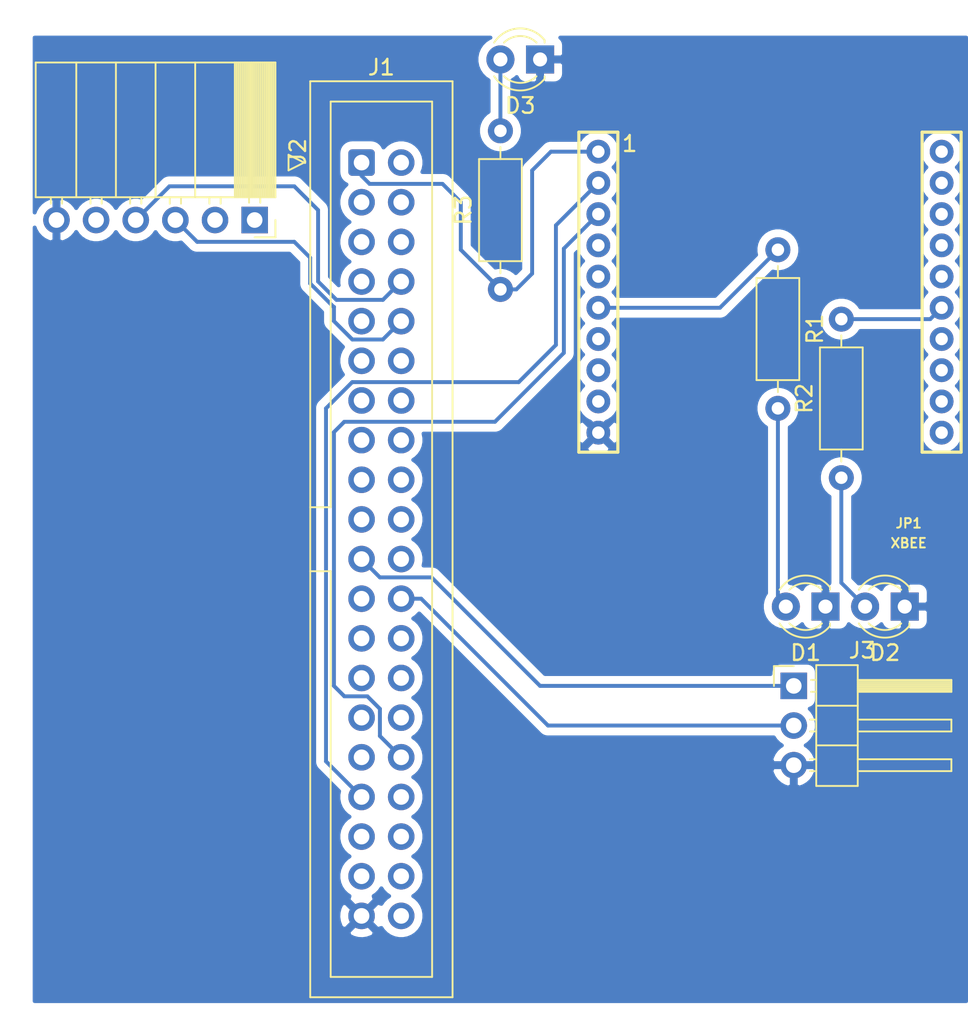
<source format=kicad_pcb>
(kicad_pcb (version 20171130) (host pcbnew "(5.1.6)-1")

  (general
    (thickness 1.6)
    (drawings 0)
    (tracks 62)
    (zones 0)
    (modules 10)
    (nets 63)
  )

  (page A4)
  (layers
    (0 F.Cu signal)
    (31 B.Cu signal)
    (32 B.Adhes user)
    (33 F.Adhes user)
    (34 B.Paste user)
    (35 F.Paste user)
    (36 B.SilkS user)
    (37 F.SilkS user)
    (38 B.Mask user)
    (39 F.Mask user)
    (40 Dwgs.User user)
    (41 Cmts.User user)
    (42 Eco1.User user)
    (43 Eco2.User user)
    (44 Edge.Cuts user)
    (45 Margin user)
    (46 B.CrtYd user)
    (47 F.CrtYd user)
    (48 B.Fab user)
    (49 F.Fab user)
  )

  (setup
    (last_trace_width 0.25)
    (trace_clearance 0.2)
    (zone_clearance 0.508)
    (zone_45_only no)
    (trace_min 0.2)
    (via_size 0.8)
    (via_drill 0.4)
    (via_min_size 0.4)
    (via_min_drill 0.3)
    (uvia_size 0.3)
    (uvia_drill 0.1)
    (uvias_allowed no)
    (uvia_min_size 0.2)
    (uvia_min_drill 0.1)
    (edge_width 0.05)
    (segment_width 0.2)
    (pcb_text_width 0.3)
    (pcb_text_size 1.5 1.5)
    (mod_edge_width 0.12)
    (mod_text_size 1 1)
    (mod_text_width 0.15)
    (pad_size 1.524 1.524)
    (pad_drill 0.762)
    (pad_to_mask_clearance 0.05)
    (aux_axis_origin 0 0)
    (visible_elements 7FFFFFFF)
    (pcbplotparams
      (layerselection 0x010fc_ffffffff)
      (usegerberextensions false)
      (usegerberattributes true)
      (usegerberadvancedattributes true)
      (creategerberjobfile true)
      (excludeedgelayer true)
      (linewidth 0.100000)
      (plotframeref false)
      (viasonmask false)
      (mode 1)
      (useauxorigin false)
      (hpglpennumber 1)
      (hpglpenspeed 20)
      (hpglpendiameter 15.000000)
      (psnegative false)
      (psa4output false)
      (plotreference true)
      (plotvalue true)
      (plotinvisibletext false)
      (padsonsilk false)
      (subtractmaskfromsilk false)
      (outputformat 1)
      (mirror false)
      (drillshape 1)
      (scaleselection 1)
      (outputdirectory ""))
  )

  (net 0 "")
  (net 1 "Net-(D1-Pad2)")
  (net 2 GND)
  (net 3 "Net-(D2-Pad2)")
  (net 4 "Net-(D3-Pad2)")
  (net 5 "Net-(J1-Pad40)")
  (net 6 "Net-(J1-Pad38)")
  (net 7 "Net-(J1-Pad36)")
  (net 8 "Net-(J1-Pad34)")
  (net 9 XBEE_RX)
  (net 10 "Net-(J1-Pad30)")
  (net 11 "Net-(J1-Pad28)")
  (net 12 "Net-(J1-Pad26)")
  (net 13 TMR_RX)
  (net 14 "Net-(J1-Pad22)")
  (net 15 "Net-(J1-Pad20)")
  (net 16 "Net-(J1-Pad18)")
  (net 17 "Net-(J1-Pad16)")
  (net 18 "Net-(J1-Pad14)")
  (net 19 "Net-(J1-Pad12)")
  (net 20 TRM_TX)
  (net 21 TRM_RX)
  (net 22 "Net-(J1-Pad6)")
  (net 23 "Net-(J1-Pad4)")
  (net 24 "Net-(J1-Pad2)")
  (net 25 "Net-(J1-Pad37)")
  (net 26 "Net-(J1-Pad35)")
  (net 27 XBEE_TX)
  (net 28 "Net-(J1-Pad31)")
  (net 29 "Net-(J1-Pad29)")
  (net 30 "Net-(J1-Pad27)")
  (net 31 "Net-(J1-Pad25)")
  (net 32 "Net-(J1-Pad23)")
  (net 33 TMR_TX)
  (net 34 "Net-(J1-Pad19)")
  (net 35 "Net-(J1-Pad17)")
  (net 36 "Net-(J1-Pad15)")
  (net 37 "Net-(J1-Pad13)")
  (net 38 "Net-(J1-Pad11)")
  (net 39 "Net-(J1-Pad9)")
  (net 40 "Net-(J1-Pad7)")
  (net 41 "Net-(J1-Pad5)")
  (net 42 "Net-(J1-Pad3)")
  (net 43 +3V3)
  (net 44 "Net-(J2-Pad5)")
  (net 45 "Net-(J2-Pad2)")
  (net 46 "Net-(J2-Pad1)")
  (net 47 "Net-(JP1-Pad20)")
  (net 48 "Net-(JP1-Pad19)")
  (net 49 "Net-(JP1-Pad18)")
  (net 50 "Net-(JP1-Pad17)")
  (net 51 "Net-(JP1-Pad16)")
  (net 52 "Net-(JP1-Pad15)")
  (net 53 "Net-(JP1-Pad14)")
  (net 54 "Net-(JP1-Pad13)")
  (net 55 "Net-(JP1-Pad12)")
  (net 56 "Net-(JP1-Pad11)")
  (net 57 "Net-(JP1-Pad9)")
  (net 58 "Net-(JP1-Pad8)")
  (net 59 "Net-(JP1-Pad7)")
  (net 60 "Net-(JP1-Pad6)")
  (net 61 "Net-(JP1-Pad5)")
  (net 62 "Net-(JP1-Pad4)")

  (net_class Default "This is the default net class."
    (clearance 0.2)
    (trace_width 0.25)
    (via_dia 0.8)
    (via_drill 0.4)
    (uvia_dia 0.3)
    (uvia_drill 0.1)
    (add_net +3V3)
    (add_net GND)
    (add_net "Net-(D1-Pad2)")
    (add_net "Net-(D2-Pad2)")
    (add_net "Net-(D3-Pad2)")
    (add_net "Net-(J1-Pad11)")
    (add_net "Net-(J1-Pad12)")
    (add_net "Net-(J1-Pad13)")
    (add_net "Net-(J1-Pad14)")
    (add_net "Net-(J1-Pad15)")
    (add_net "Net-(J1-Pad16)")
    (add_net "Net-(J1-Pad17)")
    (add_net "Net-(J1-Pad18)")
    (add_net "Net-(J1-Pad19)")
    (add_net "Net-(J1-Pad2)")
    (add_net "Net-(J1-Pad20)")
    (add_net "Net-(J1-Pad22)")
    (add_net "Net-(J1-Pad23)")
    (add_net "Net-(J1-Pad25)")
    (add_net "Net-(J1-Pad26)")
    (add_net "Net-(J1-Pad27)")
    (add_net "Net-(J1-Pad28)")
    (add_net "Net-(J1-Pad29)")
    (add_net "Net-(J1-Pad3)")
    (add_net "Net-(J1-Pad30)")
    (add_net "Net-(J1-Pad31)")
    (add_net "Net-(J1-Pad34)")
    (add_net "Net-(J1-Pad35)")
    (add_net "Net-(J1-Pad36)")
    (add_net "Net-(J1-Pad37)")
    (add_net "Net-(J1-Pad38)")
    (add_net "Net-(J1-Pad4)")
    (add_net "Net-(J1-Pad40)")
    (add_net "Net-(J1-Pad5)")
    (add_net "Net-(J1-Pad6)")
    (add_net "Net-(J1-Pad7)")
    (add_net "Net-(J1-Pad9)")
    (add_net "Net-(J2-Pad1)")
    (add_net "Net-(J2-Pad2)")
    (add_net "Net-(J2-Pad5)")
    (add_net "Net-(JP1-Pad11)")
    (add_net "Net-(JP1-Pad12)")
    (add_net "Net-(JP1-Pad13)")
    (add_net "Net-(JP1-Pad14)")
    (add_net "Net-(JP1-Pad15)")
    (add_net "Net-(JP1-Pad16)")
    (add_net "Net-(JP1-Pad17)")
    (add_net "Net-(JP1-Pad18)")
    (add_net "Net-(JP1-Pad19)")
    (add_net "Net-(JP1-Pad20)")
    (add_net "Net-(JP1-Pad4)")
    (add_net "Net-(JP1-Pad5)")
    (add_net "Net-(JP1-Pad6)")
    (add_net "Net-(JP1-Pad7)")
    (add_net "Net-(JP1-Pad8)")
    (add_net "Net-(JP1-Pad9)")
    (add_net TMR_RX)
    (add_net TMR_TX)
    (add_net TRM_RX)
    (add_net TRM_TX)
    (add_net XBEE_RX)
    (add_net XBEE_TX)
  )

  (module Resistor_THT:R_Axial_DIN0207_L6.3mm_D2.5mm_P10.16mm_Horizontal (layer F.Cu) (tedit 5AE5139B) (tstamp 604C2C2C)
    (at 79.248 38.1 90)
    (descr "Resistor, Axial_DIN0207 series, Axial, Horizontal, pin pitch=10.16mm, 0.25W = 1/4W, length*diameter=6.3*2.5mm^2, http://cdn-reichelt.de/documents/datenblatt/B400/1_4W%23YAG.pdf")
    (tags "Resistor Axial_DIN0207 series Axial Horizontal pin pitch 10.16mm 0.25W = 1/4W length 6.3mm diameter 2.5mm")
    (path /6047C452)
    (fp_text reference R3 (at 5.08 -2.37 90) (layer F.SilkS)
      (effects (font (size 1 1) (thickness 0.15)))
    )
    (fp_text value 160R (at 5.08 2.37 90) (layer F.Fab)
      (effects (font (size 1 1) (thickness 0.15)))
    )
    (fp_line (start 11.21 -1.5) (end -1.05 -1.5) (layer F.CrtYd) (width 0.05))
    (fp_line (start 11.21 1.5) (end 11.21 -1.5) (layer F.CrtYd) (width 0.05))
    (fp_line (start -1.05 1.5) (end 11.21 1.5) (layer F.CrtYd) (width 0.05))
    (fp_line (start -1.05 -1.5) (end -1.05 1.5) (layer F.CrtYd) (width 0.05))
    (fp_line (start 9.12 0) (end 8.35 0) (layer F.SilkS) (width 0.12))
    (fp_line (start 1.04 0) (end 1.81 0) (layer F.SilkS) (width 0.12))
    (fp_line (start 8.35 -1.37) (end 1.81 -1.37) (layer F.SilkS) (width 0.12))
    (fp_line (start 8.35 1.37) (end 8.35 -1.37) (layer F.SilkS) (width 0.12))
    (fp_line (start 1.81 1.37) (end 8.35 1.37) (layer F.SilkS) (width 0.12))
    (fp_line (start 1.81 -1.37) (end 1.81 1.37) (layer F.SilkS) (width 0.12))
    (fp_line (start 10.16 0) (end 8.23 0) (layer F.Fab) (width 0.1))
    (fp_line (start 0 0) (end 1.93 0) (layer F.Fab) (width 0.1))
    (fp_line (start 8.23 -1.25) (end 1.93 -1.25) (layer F.Fab) (width 0.1))
    (fp_line (start 8.23 1.25) (end 8.23 -1.25) (layer F.Fab) (width 0.1))
    (fp_line (start 1.93 1.25) (end 8.23 1.25) (layer F.Fab) (width 0.1))
    (fp_line (start 1.93 -1.25) (end 1.93 1.25) (layer F.Fab) (width 0.1))
    (fp_text user %R (at 1.345 0.115 90) (layer F.Fab)
      (effects (font (size 1 1) (thickness 0.15)))
    )
    (pad 2 thru_hole oval (at 10.16 0 90) (size 1.6 1.6) (drill 0.8) (layers *.Cu *.Mask)
      (net 4 "Net-(D3-Pad2)"))
    (pad 1 thru_hole circle (at 0 0 90) (size 1.6 1.6) (drill 0.8) (layers *.Cu *.Mask)
      (net 43 +3V3))
    (model ${KISYS3DMOD}/Resistor_THT.3dshapes/R_Axial_DIN0207_L6.3mm_D2.5mm_P10.16mm_Horizontal.wrl
      (at (xyz 0 0 0))
      (scale (xyz 1 1 1))
      (rotate (xyz 0 0 0))
    )
  )

  (module Resistor_THT:R_Axial_DIN0207_L6.3mm_D2.5mm_P10.16mm_Horizontal (layer F.Cu) (tedit 5AE5139B) (tstamp 604C2C15)
    (at 101.092 50.165 90)
    (descr "Resistor, Axial_DIN0207 series, Axial, Horizontal, pin pitch=10.16mm, 0.25W = 1/4W, length*diameter=6.3*2.5mm^2, http://cdn-reichelt.de/documents/datenblatt/B400/1_4W%23YAG.pdf")
    (tags "Resistor Axial_DIN0207 series Axial Horizontal pin pitch 10.16mm 0.25W = 1/4W length 6.3mm diameter 2.5mm")
    (path /60476C0F)
    (fp_text reference R2 (at 5.08 -2.37 90) (layer F.SilkS)
      (effects (font (size 1 1) (thickness 0.15)))
    )
    (fp_text value 160R (at 5.08 2.37 90) (layer F.Fab)
      (effects (font (size 1 1) (thickness 0.15)))
    )
    (fp_line (start 11.21 -1.5) (end -1.05 -1.5) (layer F.CrtYd) (width 0.05))
    (fp_line (start 11.21 1.5) (end 11.21 -1.5) (layer F.CrtYd) (width 0.05))
    (fp_line (start -1.05 1.5) (end 11.21 1.5) (layer F.CrtYd) (width 0.05))
    (fp_line (start -1.05 -1.5) (end -1.05 1.5) (layer F.CrtYd) (width 0.05))
    (fp_line (start 9.12 0) (end 8.35 0) (layer F.SilkS) (width 0.12))
    (fp_line (start 1.04 0) (end 1.81 0) (layer F.SilkS) (width 0.12))
    (fp_line (start 8.35 -1.37) (end 1.81 -1.37) (layer F.SilkS) (width 0.12))
    (fp_line (start 8.35 1.37) (end 8.35 -1.37) (layer F.SilkS) (width 0.12))
    (fp_line (start 1.81 1.37) (end 8.35 1.37) (layer F.SilkS) (width 0.12))
    (fp_line (start 1.81 -1.37) (end 1.81 1.37) (layer F.SilkS) (width 0.12))
    (fp_line (start 10.16 0) (end 8.23 0) (layer F.Fab) (width 0.1))
    (fp_line (start 0 0) (end 1.93 0) (layer F.Fab) (width 0.1))
    (fp_line (start 8.23 -1.25) (end 1.93 -1.25) (layer F.Fab) (width 0.1))
    (fp_line (start 8.23 1.25) (end 8.23 -1.25) (layer F.Fab) (width 0.1))
    (fp_line (start 1.93 1.25) (end 8.23 1.25) (layer F.Fab) (width 0.1))
    (fp_line (start 1.93 -1.25) (end 1.93 1.25) (layer F.Fab) (width 0.1))
    (fp_text user %R (at 5.08 0 90) (layer F.Fab)
      (effects (font (size 1 1) (thickness 0.15)))
    )
    (pad 2 thru_hole oval (at 10.16 0 90) (size 1.6 1.6) (drill 0.8) (layers *.Cu *.Mask)
      (net 52 "Net-(JP1-Pad15)"))
    (pad 1 thru_hole circle (at 0 0 90) (size 1.6 1.6) (drill 0.8) (layers *.Cu *.Mask)
      (net 3 "Net-(D2-Pad2)"))
    (model ${KISYS3DMOD}/Resistor_THT.3dshapes/R_Axial_DIN0207_L6.3mm_D2.5mm_P10.16mm_Horizontal.wrl
      (at (xyz 0 0 0))
      (scale (xyz 1 1 1))
      (rotate (xyz 0 0 0))
    )
  )

  (module Resistor_THT:R_Axial_DIN0207_L6.3mm_D2.5mm_P10.16mm_Horizontal (layer F.Cu) (tedit 5AE5139B) (tstamp 604C2BFE)
    (at 97.028 35.56 270)
    (descr "Resistor, Axial_DIN0207 series, Axial, Horizontal, pin pitch=10.16mm, 0.25W = 1/4W, length*diameter=6.3*2.5mm^2, http://cdn-reichelt.de/documents/datenblatt/B400/1_4W%23YAG.pdf")
    (tags "Resistor Axial_DIN0207 series Axial Horizontal pin pitch 10.16mm 0.25W = 1/4W length 6.3mm diameter 2.5mm")
    (path /60475E9A)
    (fp_text reference R1 (at 5.08 -2.37 90) (layer F.SilkS)
      (effects (font (size 1 1) (thickness 0.15)))
    )
    (fp_text value 160R (at 5.08 2.37 90) (layer F.Fab)
      (effects (font (size 1 1) (thickness 0.15)))
    )
    (fp_line (start 11.21 -1.5) (end -1.05 -1.5) (layer F.CrtYd) (width 0.05))
    (fp_line (start 11.21 1.5) (end 11.21 -1.5) (layer F.CrtYd) (width 0.05))
    (fp_line (start -1.05 1.5) (end 11.21 1.5) (layer F.CrtYd) (width 0.05))
    (fp_line (start -1.05 -1.5) (end -1.05 1.5) (layer F.CrtYd) (width 0.05))
    (fp_line (start 9.12 0) (end 8.35 0) (layer F.SilkS) (width 0.12))
    (fp_line (start 1.04 0) (end 1.81 0) (layer F.SilkS) (width 0.12))
    (fp_line (start 8.35 -1.37) (end 1.81 -1.37) (layer F.SilkS) (width 0.12))
    (fp_line (start 8.35 1.37) (end 8.35 -1.37) (layer F.SilkS) (width 0.12))
    (fp_line (start 1.81 1.37) (end 8.35 1.37) (layer F.SilkS) (width 0.12))
    (fp_line (start 1.81 -1.37) (end 1.81 1.37) (layer F.SilkS) (width 0.12))
    (fp_line (start 10.16 0) (end 8.23 0) (layer F.Fab) (width 0.1))
    (fp_line (start 0 0) (end 1.93 0) (layer F.Fab) (width 0.1))
    (fp_line (start 8.23 -1.25) (end 1.93 -1.25) (layer F.Fab) (width 0.1))
    (fp_line (start 8.23 1.25) (end 8.23 -1.25) (layer F.Fab) (width 0.1))
    (fp_line (start 1.93 1.25) (end 8.23 1.25) (layer F.Fab) (width 0.1))
    (fp_line (start 1.93 -1.25) (end 1.93 1.25) (layer F.Fab) (width 0.1))
    (fp_text user %R (at 5.08 0 90) (layer F.Fab)
      (effects (font (size 1 1) (thickness 0.15)))
    )
    (pad 2 thru_hole oval (at 10.16 0 270) (size 1.6 1.6) (drill 0.8) (layers *.Cu *.Mask)
      (net 1 "Net-(D1-Pad2)"))
    (pad 1 thru_hole circle (at 0 0 270) (size 1.6 1.6) (drill 0.8) (layers *.Cu *.Mask)
      (net 60 "Net-(JP1-Pad6)"))
    (model ${KISYS3DMOD}/Resistor_THT.3dshapes/R_Axial_DIN0207_L6.3mm_D2.5mm_P10.16mm_Horizontal.wrl
      (at (xyz 0 0 0))
      (scale (xyz 1 1 1))
      (rotate (xyz 0 0 0))
    )
  )

  (module RF:XBEE (layer F.Cu) (tedit 200000) (tstamp 604C2BE7)
    (at 96.52 49.276)
    (descr "DIGI XBEE AND XBEE-PRO RF MODULES")
    (tags "DIGI XBEE AND XBEE-PRO RF MODULES")
    (path /604669DE)
    (attr virtual)
    (fp_text reference JP1 (at 8.89 3.81) (layer F.SilkS)
      (effects (font (size 0.6096 0.6096) (thickness 0.127)))
    )
    (fp_text value XBEE (at 8.89 5.08) (layer F.SilkS)
      (effects (font (size 0.6096 0.6096) (thickness 0.127)))
    )
    (fp_line (start -12.24788 6.2484) (end 12.24788 6.2484) (layer Dwgs.User) (width 0.127))
    (fp_line (start -12.24788 0) (end -12.24788 6.2484) (layer Dwgs.User) (width 0.127))
    (fp_line (start 12.24788 0) (end 12.24788 6.2484) (layer Dwgs.User) (width 0.127))
    (fp_line (start -12.24788 0) (end 12.24788 0) (layer Dwgs.User) (width 0.127))
    (fp_line (start 12.24788 -0.7493) (end 12.24788 0) (layer Dwgs.User) (width 0.127))
    (fp_line (start -12.24788 -0.7493) (end -12.24788 0) (layer Dwgs.User) (width 0.127))
    (fp_line (start -9.74852 -21.24964) (end -9.74852 -0.7493) (layer F.SilkS) (width 0.2032))
    (fp_line (start -12.24788 -0.7493) (end -9.74852 -0.7493) (layer F.SilkS) (width 0.2032))
    (fp_line (start -12.24788 -21.24964) (end -12.24788 -0.7493) (layer F.SilkS) (width 0.2032))
    (fp_line (start -9.74852 -21.24964) (end -12.24788 -21.24964) (layer F.SilkS) (width 0.2032))
    (fp_line (start 9.74852 -21.24964) (end 9.74852 -0.7493) (layer F.SilkS) (width 0.2032))
    (fp_line (start 12.24788 -0.7493) (end 9.74852 -0.7493) (layer F.SilkS) (width 0.2032))
    (fp_line (start 12.24788 -21.24964) (end 12.24788 -0.7493) (layer F.SilkS) (width 0.2032))
    (fp_line (start 9.74852 -21.24964) (end 12.24788 -21.24964) (layer F.SilkS) (width 0.2032))
    (fp_line (start 12.24788 -21.24964) (end 4.99872 -27.59964) (layer Dwgs.User) (width 0.127))
    (fp_line (start -12.24788 -21.24964) (end -4.99872 -27.59964) (layer Dwgs.User) (width 0.127))
    (fp_line (start -4.99872 -27.59964) (end 4.99872 -27.59964) (layer Dwgs.User) (width 0.127))
    (fp_text user 1 (at -8.9916 -20.50796) (layer F.SilkS)
      (effects (font (size 1.016 1.016) (thickness 0.1524)))
    )
    (pad 20 thru_hole circle (at 10.9982 -19.99996) (size 1.524 1.524) (drill 0.79756) (layers *.Cu *.Mask)
      (net 47 "Net-(JP1-Pad20)") (solder_mask_margin 0.1016))
    (pad 19 thru_hole circle (at 10.9982 -17.99844) (size 1.524 1.524) (drill 0.79756) (layers *.Cu *.Mask)
      (net 48 "Net-(JP1-Pad19)") (solder_mask_margin 0.1016))
    (pad 18 thru_hole circle (at 10.9982 -15.99946) (size 1.524 1.524) (drill 0.79756) (layers *.Cu *.Mask)
      (net 49 "Net-(JP1-Pad18)") (solder_mask_margin 0.1016))
    (pad 17 thru_hole circle (at 10.9982 -13.99794) (size 1.524 1.524) (drill 0.79756) (layers *.Cu *.Mask)
      (net 50 "Net-(JP1-Pad17)") (solder_mask_margin 0.1016))
    (pad 16 thru_hole circle (at 10.9982 -11.99896) (size 1.524 1.524) (drill 0.79756) (layers *.Cu *.Mask)
      (net 51 "Net-(JP1-Pad16)") (solder_mask_margin 0.1016))
    (pad 15 thru_hole circle (at 10.9982 -9.99998) (size 1.524 1.524) (drill 0.79756) (layers *.Cu *.Mask)
      (net 52 "Net-(JP1-Pad15)") (solder_mask_margin 0.1016))
    (pad 14 thru_hole circle (at 10.9982 -7.99846) (size 1.524 1.524) (drill 0.79756) (layers *.Cu *.Mask)
      (net 53 "Net-(JP1-Pad14)") (solder_mask_margin 0.1016))
    (pad 13 thru_hole circle (at 10.9982 -5.99948) (size 1.524 1.524) (drill 0.79756) (layers *.Cu *.Mask)
      (net 54 "Net-(JP1-Pad13)") (solder_mask_margin 0.1016))
    (pad 12 thru_hole circle (at 10.9982 -3.99796) (size 1.524 1.524) (drill 0.79756) (layers *.Cu *.Mask)
      (net 55 "Net-(JP1-Pad12)") (solder_mask_margin 0.1016))
    (pad 11 thru_hole circle (at 10.9982 -1.99898) (size 1.524 1.524) (drill 0.79756) (layers *.Cu *.Mask)
      (net 56 "Net-(JP1-Pad11)") (solder_mask_margin 0.1016))
    (pad 10 thru_hole circle (at -10.9982 -1.99898) (size 1.524 1.524) (drill 0.79756) (layers *.Cu *.Mask)
      (net 2 GND) (solder_mask_margin 0.1016))
    (pad 9 thru_hole circle (at -10.9982 -3.99796) (size 1.524 1.524) (drill 0.79756) (layers *.Cu *.Mask)
      (net 57 "Net-(JP1-Pad9)") (solder_mask_margin 0.1016))
    (pad 8 thru_hole circle (at -10.9982 -5.99948) (size 1.524 1.524) (drill 0.79756) (layers *.Cu *.Mask)
      (net 58 "Net-(JP1-Pad8)") (solder_mask_margin 0.1016))
    (pad 7 thru_hole circle (at -10.9982 -7.99846) (size 1.524 1.524) (drill 0.79756) (layers *.Cu *.Mask)
      (net 59 "Net-(JP1-Pad7)") (solder_mask_margin 0.1016))
    (pad 6 thru_hole circle (at -10.9982 -9.99998) (size 1.524 1.524) (drill 0.79756) (layers *.Cu *.Mask)
      (net 60 "Net-(JP1-Pad6)") (solder_mask_margin 0.1016))
    (pad 5 thru_hole circle (at -10.9982 -11.99896) (size 1.524 1.524) (drill 0.79756) (layers *.Cu *.Mask)
      (net 61 "Net-(JP1-Pad5)") (solder_mask_margin 0.1016))
    (pad 4 thru_hole circle (at -10.9982 -13.99794) (size 1.524 1.524) (drill 0.79756) (layers *.Cu *.Mask)
      (net 62 "Net-(JP1-Pad4)") (solder_mask_margin 0.1016))
    (pad 3 thru_hole circle (at -10.9982 -15.99946) (size 1.524 1.524) (drill 0.79756) (layers *.Cu *.Mask)
      (net 9 XBEE_RX) (solder_mask_margin 0.1016))
    (pad 2 thru_hole circle (at -10.9982 -17.99844) (size 1.524 1.524) (drill 0.79756) (layers *.Cu *.Mask)
      (net 27 XBEE_TX) (solder_mask_margin 0.1016))
    (pad 1 thru_hole circle (at -10.9982 -19.99996) (size 1.524 1.524) (drill 0.79756) (layers *.Cu *.Mask)
      (net 43 +3V3) (solder_mask_margin 0.1016))
  )

  (module Connector_PinHeader_2.54mm:PinHeader_1x03_P2.54mm_Horizontal (layer F.Cu) (tedit 59FED5CB) (tstamp 604C2BBD)
    (at 98.044 63.5)
    (descr "Through hole angled pin header, 1x03, 2.54mm pitch, 6mm pin length, single row")
    (tags "Through hole angled pin header THT 1x03 2.54mm single row")
    (path /6047F103)
    (fp_text reference J3 (at 4.385 -2.27) (layer F.SilkS)
      (effects (font (size 1 1) (thickness 0.15)))
    )
    (fp_text value Conn_01x03_Male (at 4.385 7.35) (layer F.Fab)
      (effects (font (size 1 1) (thickness 0.15)))
    )
    (fp_line (start 10.55 -1.8) (end -1.8 -1.8) (layer F.CrtYd) (width 0.05))
    (fp_line (start 10.55 6.85) (end 10.55 -1.8) (layer F.CrtYd) (width 0.05))
    (fp_line (start -1.8 6.85) (end 10.55 6.85) (layer F.CrtYd) (width 0.05))
    (fp_line (start -1.8 -1.8) (end -1.8 6.85) (layer F.CrtYd) (width 0.05))
    (fp_line (start -1.27 -1.27) (end 0 -1.27) (layer F.SilkS) (width 0.12))
    (fp_line (start -1.27 0) (end -1.27 -1.27) (layer F.SilkS) (width 0.12))
    (fp_line (start 1.042929 5.46) (end 1.44 5.46) (layer F.SilkS) (width 0.12))
    (fp_line (start 1.042929 4.7) (end 1.44 4.7) (layer F.SilkS) (width 0.12))
    (fp_line (start 10.1 5.46) (end 4.1 5.46) (layer F.SilkS) (width 0.12))
    (fp_line (start 10.1 4.7) (end 10.1 5.46) (layer F.SilkS) (width 0.12))
    (fp_line (start 4.1 4.7) (end 10.1 4.7) (layer F.SilkS) (width 0.12))
    (fp_line (start 1.44 3.81) (end 4.1 3.81) (layer F.SilkS) (width 0.12))
    (fp_line (start 1.042929 2.92) (end 1.44 2.92) (layer F.SilkS) (width 0.12))
    (fp_line (start 1.042929 2.16) (end 1.44 2.16) (layer F.SilkS) (width 0.12))
    (fp_line (start 10.1 2.92) (end 4.1 2.92) (layer F.SilkS) (width 0.12))
    (fp_line (start 10.1 2.16) (end 10.1 2.92) (layer F.SilkS) (width 0.12))
    (fp_line (start 4.1 2.16) (end 10.1 2.16) (layer F.SilkS) (width 0.12))
    (fp_line (start 1.44 1.27) (end 4.1 1.27) (layer F.SilkS) (width 0.12))
    (fp_line (start 1.11 0.38) (end 1.44 0.38) (layer F.SilkS) (width 0.12))
    (fp_line (start 1.11 -0.38) (end 1.44 -0.38) (layer F.SilkS) (width 0.12))
    (fp_line (start 4.1 0.28) (end 10.1 0.28) (layer F.SilkS) (width 0.12))
    (fp_line (start 4.1 0.16) (end 10.1 0.16) (layer F.SilkS) (width 0.12))
    (fp_line (start 4.1 0.04) (end 10.1 0.04) (layer F.SilkS) (width 0.12))
    (fp_line (start 4.1 -0.08) (end 10.1 -0.08) (layer F.SilkS) (width 0.12))
    (fp_line (start 4.1 -0.2) (end 10.1 -0.2) (layer F.SilkS) (width 0.12))
    (fp_line (start 4.1 -0.32) (end 10.1 -0.32) (layer F.SilkS) (width 0.12))
    (fp_line (start 10.1 0.38) (end 4.1 0.38) (layer F.SilkS) (width 0.12))
    (fp_line (start 10.1 -0.38) (end 10.1 0.38) (layer F.SilkS) (width 0.12))
    (fp_line (start 4.1 -0.38) (end 10.1 -0.38) (layer F.SilkS) (width 0.12))
    (fp_line (start 4.1 -1.33) (end 1.44 -1.33) (layer F.SilkS) (width 0.12))
    (fp_line (start 4.1 6.41) (end 4.1 -1.33) (layer F.SilkS) (width 0.12))
    (fp_line (start 1.44 6.41) (end 4.1 6.41) (layer F.SilkS) (width 0.12))
    (fp_line (start 1.44 -1.33) (end 1.44 6.41) (layer F.SilkS) (width 0.12))
    (fp_line (start 4.04 5.4) (end 10.04 5.4) (layer F.Fab) (width 0.1))
    (fp_line (start 10.04 4.76) (end 10.04 5.4) (layer F.Fab) (width 0.1))
    (fp_line (start 4.04 4.76) (end 10.04 4.76) (layer F.Fab) (width 0.1))
    (fp_line (start -0.32 5.4) (end 1.5 5.4) (layer F.Fab) (width 0.1))
    (fp_line (start -0.32 4.76) (end -0.32 5.4) (layer F.Fab) (width 0.1))
    (fp_line (start -0.32 4.76) (end 1.5 4.76) (layer F.Fab) (width 0.1))
    (fp_line (start 4.04 2.86) (end 10.04 2.86) (layer F.Fab) (width 0.1))
    (fp_line (start 10.04 2.22) (end 10.04 2.86) (layer F.Fab) (width 0.1))
    (fp_line (start 4.04 2.22) (end 10.04 2.22) (layer F.Fab) (width 0.1))
    (fp_line (start -0.32 2.86) (end 1.5 2.86) (layer F.Fab) (width 0.1))
    (fp_line (start -0.32 2.22) (end -0.32 2.86) (layer F.Fab) (width 0.1))
    (fp_line (start -0.32 2.22) (end 1.5 2.22) (layer F.Fab) (width 0.1))
    (fp_line (start 4.04 0.32) (end 10.04 0.32) (layer F.Fab) (width 0.1))
    (fp_line (start 10.04 -0.32) (end 10.04 0.32) (layer F.Fab) (width 0.1))
    (fp_line (start 4.04 -0.32) (end 10.04 -0.32) (layer F.Fab) (width 0.1))
    (fp_line (start -0.32 0.32) (end 1.5 0.32) (layer F.Fab) (width 0.1))
    (fp_line (start -0.32 -0.32) (end -0.32 0.32) (layer F.Fab) (width 0.1))
    (fp_line (start -0.32 -0.32) (end 1.5 -0.32) (layer F.Fab) (width 0.1))
    (fp_line (start 1.5 -0.635) (end 2.135 -1.27) (layer F.Fab) (width 0.1))
    (fp_line (start 1.5 6.35) (end 1.5 -0.635) (layer F.Fab) (width 0.1))
    (fp_line (start 4.04 6.35) (end 1.5 6.35) (layer F.Fab) (width 0.1))
    (fp_line (start 4.04 -1.27) (end 4.04 6.35) (layer F.Fab) (width 0.1))
    (fp_line (start 2.135 -1.27) (end 4.04 -1.27) (layer F.Fab) (width 0.1))
    (fp_text user %R (at -5.08 0 90) (layer F.Fab)
      (effects (font (size 1 1) (thickness 0.15)))
    )
    (pad 3 thru_hole oval (at 0 5.08) (size 1.7 1.7) (drill 1) (layers *.Cu *.Mask)
      (net 2 GND))
    (pad 2 thru_hole oval (at 0 2.54) (size 1.7 1.7) (drill 1) (layers *.Cu *.Mask)
      (net 13 TMR_RX))
    (pad 1 thru_hole rect (at 0 0) (size 1.7 1.7) (drill 1) (layers *.Cu *.Mask)
      (net 33 TMR_TX))
    (model ${KISYS3DMOD}/Connector_PinHeader_2.54mm.3dshapes/PinHeader_1x03_P2.54mm_Horizontal.wrl
      (at (xyz 0 0 0))
      (scale (xyz 1 1 1))
      (rotate (xyz 0 0 0))
    )
  )

  (module Connector_PinSocket_2.54mm:PinSocket_1x06_P2.54mm_Horizontal (layer F.Cu) (tedit 5A19A42D) (tstamp 604C2B7D)
    (at 63.5 33.655 270)
    (descr "Through hole angled socket strip, 1x06, 2.54mm pitch, 8.51mm socket length, single row (from Kicad 4.0.7), script generated")
    (tags "Through hole angled socket strip THT 1x06 2.54mm single row")
    (path /604873D0)
    (fp_text reference J2 (at -4.38 -2.77 90) (layer F.SilkS)
      (effects (font (size 1 1) (thickness 0.15)))
    )
    (fp_text value Conn_01x06 (at -4.38 15.47 90) (layer F.Fab)
      (effects (font (size 1 1) (thickness 0.15)))
    )
    (fp_line (start 1.75 14.45) (end 1.75 -1.8) (layer F.CrtYd) (width 0.05))
    (fp_line (start -10.55 14.45) (end 1.75 14.45) (layer F.CrtYd) (width 0.05))
    (fp_line (start -10.55 -1.8) (end -10.55 14.45) (layer F.CrtYd) (width 0.05))
    (fp_line (start 1.75 -1.8) (end -10.55 -1.8) (layer F.CrtYd) (width 0.05))
    (fp_line (start 0 -1.33) (end 1.11 -1.33) (layer F.SilkS) (width 0.12))
    (fp_line (start 1.11 -1.33) (end 1.11 0) (layer F.SilkS) (width 0.12))
    (fp_line (start -10.09 -1.33) (end -10.09 14.03) (layer F.SilkS) (width 0.12))
    (fp_line (start -10.09 14.03) (end -1.46 14.03) (layer F.SilkS) (width 0.12))
    (fp_line (start -1.46 -1.33) (end -1.46 14.03) (layer F.SilkS) (width 0.12))
    (fp_line (start -10.09 -1.33) (end -1.46 -1.33) (layer F.SilkS) (width 0.12))
    (fp_line (start -10.09 11.43) (end -1.46 11.43) (layer F.SilkS) (width 0.12))
    (fp_line (start -10.09 8.89) (end -1.46 8.89) (layer F.SilkS) (width 0.12))
    (fp_line (start -10.09 6.35) (end -1.46 6.35) (layer F.SilkS) (width 0.12))
    (fp_line (start -10.09 3.81) (end -1.46 3.81) (layer F.SilkS) (width 0.12))
    (fp_line (start -10.09 1.27) (end -1.46 1.27) (layer F.SilkS) (width 0.12))
    (fp_line (start -1.46 13.06) (end -1.05 13.06) (layer F.SilkS) (width 0.12))
    (fp_line (start -1.46 12.34) (end -1.05 12.34) (layer F.SilkS) (width 0.12))
    (fp_line (start -1.46 10.52) (end -1.05 10.52) (layer F.SilkS) (width 0.12))
    (fp_line (start -1.46 9.8) (end -1.05 9.8) (layer F.SilkS) (width 0.12))
    (fp_line (start -1.46 7.98) (end -1.05 7.98) (layer F.SilkS) (width 0.12))
    (fp_line (start -1.46 7.26) (end -1.05 7.26) (layer F.SilkS) (width 0.12))
    (fp_line (start -1.46 5.44) (end -1.05 5.44) (layer F.SilkS) (width 0.12))
    (fp_line (start -1.46 4.72) (end -1.05 4.72) (layer F.SilkS) (width 0.12))
    (fp_line (start -1.46 2.9) (end -1.05 2.9) (layer F.SilkS) (width 0.12))
    (fp_line (start -1.46 2.18) (end -1.05 2.18) (layer F.SilkS) (width 0.12))
    (fp_line (start -1.46 0.36) (end -1.11 0.36) (layer F.SilkS) (width 0.12))
    (fp_line (start -1.46 -0.36) (end -1.11 -0.36) (layer F.SilkS) (width 0.12))
    (fp_line (start -10.09 1.1519) (end -1.46 1.1519) (layer F.SilkS) (width 0.12))
    (fp_line (start -10.09 1.033805) (end -1.46 1.033805) (layer F.SilkS) (width 0.12))
    (fp_line (start -10.09 0.91571) (end -1.46 0.91571) (layer F.SilkS) (width 0.12))
    (fp_line (start -10.09 0.797615) (end -1.46 0.797615) (layer F.SilkS) (width 0.12))
    (fp_line (start -10.09 0.67952) (end -1.46 0.67952) (layer F.SilkS) (width 0.12))
    (fp_line (start -10.09 0.561425) (end -1.46 0.561425) (layer F.SilkS) (width 0.12))
    (fp_line (start -10.09 0.44333) (end -1.46 0.44333) (layer F.SilkS) (width 0.12))
    (fp_line (start -10.09 0.325235) (end -1.46 0.325235) (layer F.SilkS) (width 0.12))
    (fp_line (start -10.09 0.20714) (end -1.46 0.20714) (layer F.SilkS) (width 0.12))
    (fp_line (start -10.09 0.089045) (end -1.46 0.089045) (layer F.SilkS) (width 0.12))
    (fp_line (start -10.09 -0.02905) (end -1.46 -0.02905) (layer F.SilkS) (width 0.12))
    (fp_line (start -10.09 -0.147145) (end -1.46 -0.147145) (layer F.SilkS) (width 0.12))
    (fp_line (start -10.09 -0.26524) (end -1.46 -0.26524) (layer F.SilkS) (width 0.12))
    (fp_line (start -10.09 -0.383335) (end -1.46 -0.383335) (layer F.SilkS) (width 0.12))
    (fp_line (start -10.09 -0.50143) (end -1.46 -0.50143) (layer F.SilkS) (width 0.12))
    (fp_line (start -10.09 -0.619525) (end -1.46 -0.619525) (layer F.SilkS) (width 0.12))
    (fp_line (start -10.09 -0.73762) (end -1.46 -0.73762) (layer F.SilkS) (width 0.12))
    (fp_line (start -10.09 -0.855715) (end -1.46 -0.855715) (layer F.SilkS) (width 0.12))
    (fp_line (start -10.09 -0.97381) (end -1.46 -0.97381) (layer F.SilkS) (width 0.12))
    (fp_line (start -10.09 -1.091905) (end -1.46 -1.091905) (layer F.SilkS) (width 0.12))
    (fp_line (start -10.09 -1.21) (end -1.46 -1.21) (layer F.SilkS) (width 0.12))
    (fp_line (start 0 13) (end 0 12.4) (layer F.Fab) (width 0.1))
    (fp_line (start -1.52 13) (end 0 13) (layer F.Fab) (width 0.1))
    (fp_line (start 0 12.4) (end -1.52 12.4) (layer F.Fab) (width 0.1))
    (fp_line (start 0 10.46) (end 0 9.86) (layer F.Fab) (width 0.1))
    (fp_line (start -1.52 10.46) (end 0 10.46) (layer F.Fab) (width 0.1))
    (fp_line (start 0 9.86) (end -1.52 9.86) (layer F.Fab) (width 0.1))
    (fp_line (start 0 7.92) (end 0 7.32) (layer F.Fab) (width 0.1))
    (fp_line (start -1.52 7.92) (end 0 7.92) (layer F.Fab) (width 0.1))
    (fp_line (start 0 7.32) (end -1.52 7.32) (layer F.Fab) (width 0.1))
    (fp_line (start 0 5.38) (end 0 4.78) (layer F.Fab) (width 0.1))
    (fp_line (start -1.52 5.38) (end 0 5.38) (layer F.Fab) (width 0.1))
    (fp_line (start 0 4.78) (end -1.52 4.78) (layer F.Fab) (width 0.1))
    (fp_line (start 0 2.84) (end 0 2.24) (layer F.Fab) (width 0.1))
    (fp_line (start -1.52 2.84) (end 0 2.84) (layer F.Fab) (width 0.1))
    (fp_line (start 0 2.24) (end -1.52 2.24) (layer F.Fab) (width 0.1))
    (fp_line (start 0 0.3) (end 0 -0.3) (layer F.Fab) (width 0.1))
    (fp_line (start -1.52 0.3) (end 0 0.3) (layer F.Fab) (width 0.1))
    (fp_line (start 0 -0.3) (end -1.52 -0.3) (layer F.Fab) (width 0.1))
    (fp_line (start -10.03 13.97) (end -10.03 -1.27) (layer F.Fab) (width 0.1))
    (fp_line (start -1.52 13.97) (end -10.03 13.97) (layer F.Fab) (width 0.1))
    (fp_line (start -1.52 -0.3) (end -1.52 13.97) (layer F.Fab) (width 0.1))
    (fp_line (start -2.49 -1.27) (end -1.52 -0.3) (layer F.Fab) (width 0.1))
    (fp_line (start -10.03 -1.27) (end -2.49 -1.27) (layer F.Fab) (width 0.1))
    (fp_text user %R (at -5.775 6.35) (layer F.Fab)
      (effects (font (size 1 1) (thickness 0.15)))
    )
    (pad 6 thru_hole oval (at 0 12.7 270) (size 1.7 1.7) (drill 1) (layers *.Cu *.Mask)
      (net 2 GND))
    (pad 5 thru_hole oval (at 0 10.16 270) (size 1.7 1.7) (drill 1) (layers *.Cu *.Mask)
      (net 44 "Net-(J2-Pad5)"))
    (pad 4 thru_hole oval (at 0 7.62 270) (size 1.7 1.7) (drill 1) (layers *.Cu *.Mask)
      (net 21 TRM_RX))
    (pad 3 thru_hole oval (at 0 5.08 270) (size 1.7 1.7) (drill 1) (layers *.Cu *.Mask)
      (net 20 TRM_TX))
    (pad 2 thru_hole oval (at 0 2.54 270) (size 1.7 1.7) (drill 1) (layers *.Cu *.Mask)
      (net 45 "Net-(J2-Pad2)"))
    (pad 1 thru_hole rect (at 0 0 270) (size 1.7 1.7) (drill 1) (layers *.Cu *.Mask)
      (net 46 "Net-(J2-Pad1)"))
    (model ${KISYS3DMOD}/Connector_PinSocket_2.54mm.3dshapes/PinSocket_1x06_P2.54mm_Horizontal.wrl
      (at (xyz 0 0 0))
      (scale (xyz 1 1 1))
      (rotate (xyz 0 0 0))
    )
  )

  (module Connector_IDC:IDC-Header_2x20_P2.54mm_Vertical (layer F.Cu) (tedit 5EAC9A07) (tstamp 604C2B2B)
    (at 70.35 29.975)
    (descr "Through hole IDC box header, 2x20, 2.54mm pitch, DIN 41651 / IEC 60603-13, double rows, https://docs.google.com/spreadsheets/d/16SsEcesNF15N3Lb4niX7dcUr-NY5_MFPQhobNuNppn4/edit#gid=0")
    (tags "Through hole vertical IDC box header THT 2x20 2.54mm double row")
    (path /60468525)
    (fp_text reference J1 (at 1.27 -6.1) (layer F.SilkS)
      (effects (font (size 1 1) (thickness 0.15)))
    )
    (fp_text value Conn_02x20_Odd_Even (at 1.27 54.36) (layer F.Fab)
      (effects (font (size 1 1) (thickness 0.15)))
    )
    (fp_line (start 6.22 -5.6) (end -3.68 -5.6) (layer F.CrtYd) (width 0.05))
    (fp_line (start 6.22 53.86) (end 6.22 -5.6) (layer F.CrtYd) (width 0.05))
    (fp_line (start -3.68 53.86) (end 6.22 53.86) (layer F.CrtYd) (width 0.05))
    (fp_line (start -3.68 -5.6) (end -3.68 53.86) (layer F.CrtYd) (width 0.05))
    (fp_line (start -4.68 0.5) (end -3.68 0) (layer F.SilkS) (width 0.12))
    (fp_line (start -4.68 -0.5) (end -4.68 0.5) (layer F.SilkS) (width 0.12))
    (fp_line (start -3.68 0) (end -4.68 -0.5) (layer F.SilkS) (width 0.12))
    (fp_line (start -1.98 26.18) (end -3.29 26.18) (layer F.SilkS) (width 0.12))
    (fp_line (start -1.98 26.18) (end -1.98 26.18) (layer F.SilkS) (width 0.12))
    (fp_line (start -1.98 52.17) (end -1.98 26.18) (layer F.SilkS) (width 0.12))
    (fp_line (start 4.52 52.17) (end -1.98 52.17) (layer F.SilkS) (width 0.12))
    (fp_line (start 4.52 -3.91) (end 4.52 52.17) (layer F.SilkS) (width 0.12))
    (fp_line (start -1.98 -3.91) (end 4.52 -3.91) (layer F.SilkS) (width 0.12))
    (fp_line (start -1.98 22.08) (end -1.98 -3.91) (layer F.SilkS) (width 0.12))
    (fp_line (start -3.29 22.08) (end -1.98 22.08) (layer F.SilkS) (width 0.12))
    (fp_line (start -3.29 53.47) (end -3.29 -5.21) (layer F.SilkS) (width 0.12))
    (fp_line (start 5.83 53.47) (end -3.29 53.47) (layer F.SilkS) (width 0.12))
    (fp_line (start 5.83 -5.21) (end 5.83 53.47) (layer F.SilkS) (width 0.12))
    (fp_line (start -3.29 -5.21) (end 5.83 -5.21) (layer F.SilkS) (width 0.12))
    (fp_line (start -1.98 26.18) (end -3.18 26.18) (layer F.Fab) (width 0.1))
    (fp_line (start -1.98 26.18) (end -1.98 26.18) (layer F.Fab) (width 0.1))
    (fp_line (start -1.98 52.17) (end -1.98 26.18) (layer F.Fab) (width 0.1))
    (fp_line (start 4.52 52.17) (end -1.98 52.17) (layer F.Fab) (width 0.1))
    (fp_line (start 4.52 -3.91) (end 4.52 52.17) (layer F.Fab) (width 0.1))
    (fp_line (start -1.98 -3.91) (end 4.52 -3.91) (layer F.Fab) (width 0.1))
    (fp_line (start -1.98 22.08) (end -1.98 -3.91) (layer F.Fab) (width 0.1))
    (fp_line (start -3.18 22.08) (end -1.98 22.08) (layer F.Fab) (width 0.1))
    (fp_line (start -3.18 53.36) (end -3.18 -4.1) (layer F.Fab) (width 0.1))
    (fp_line (start 5.72 53.36) (end -3.18 53.36) (layer F.Fab) (width 0.1))
    (fp_line (start 5.72 -5.1) (end 5.72 53.36) (layer F.Fab) (width 0.1))
    (fp_line (start -2.18 -5.1) (end 5.72 -5.1) (layer F.Fab) (width 0.1))
    (fp_line (start -3.18 -4.1) (end -2.18 -5.1) (layer F.Fab) (width 0.1))
    (fp_text user %R (at 1.27 24.13 90) (layer F.Fab)
      (effects (font (size 1 1) (thickness 0.15)))
    )
    (pad 40 thru_hole circle (at 2.54 48.26) (size 1.7 1.7) (drill 1) (layers *.Cu *.Mask)
      (net 5 "Net-(J1-Pad40)"))
    (pad 38 thru_hole circle (at 2.54 45.72) (size 1.7 1.7) (drill 1) (layers *.Cu *.Mask)
      (net 6 "Net-(J1-Pad38)"))
    (pad 36 thru_hole circle (at 2.54 43.18) (size 1.7 1.7) (drill 1) (layers *.Cu *.Mask)
      (net 7 "Net-(J1-Pad36)"))
    (pad 34 thru_hole circle (at 2.54 40.64) (size 1.7 1.7) (drill 1) (layers *.Cu *.Mask)
      (net 8 "Net-(J1-Pad34)"))
    (pad 32 thru_hole circle (at 2.54 38.1) (size 1.7 1.7) (drill 1) (layers *.Cu *.Mask)
      (net 9 XBEE_RX))
    (pad 30 thru_hole circle (at 2.54 35.56) (size 1.7 1.7) (drill 1) (layers *.Cu *.Mask)
      (net 10 "Net-(J1-Pad30)"))
    (pad 28 thru_hole circle (at 2.54 33.02) (size 1.7 1.7) (drill 1) (layers *.Cu *.Mask)
      (net 11 "Net-(J1-Pad28)"))
    (pad 26 thru_hole circle (at 2.54 30.48) (size 1.7 1.7) (drill 1) (layers *.Cu *.Mask)
      (net 12 "Net-(J1-Pad26)"))
    (pad 24 thru_hole circle (at 2.54 27.94) (size 1.7 1.7) (drill 1) (layers *.Cu *.Mask)
      (net 13 TMR_RX))
    (pad 22 thru_hole circle (at 2.54 25.4) (size 1.7 1.7) (drill 1) (layers *.Cu *.Mask)
      (net 14 "Net-(J1-Pad22)"))
    (pad 20 thru_hole circle (at 2.54 22.86) (size 1.7 1.7) (drill 1) (layers *.Cu *.Mask)
      (net 15 "Net-(J1-Pad20)"))
    (pad 18 thru_hole circle (at 2.54 20.32) (size 1.7 1.7) (drill 1) (layers *.Cu *.Mask)
      (net 16 "Net-(J1-Pad18)"))
    (pad 16 thru_hole circle (at 2.54 17.78) (size 1.7 1.7) (drill 1) (layers *.Cu *.Mask)
      (net 17 "Net-(J1-Pad16)"))
    (pad 14 thru_hole circle (at 2.54 15.24) (size 1.7 1.7) (drill 1) (layers *.Cu *.Mask)
      (net 18 "Net-(J1-Pad14)"))
    (pad 12 thru_hole circle (at 2.54 12.7) (size 1.7 1.7) (drill 1) (layers *.Cu *.Mask)
      (net 19 "Net-(J1-Pad12)"))
    (pad 10 thru_hole circle (at 2.54 10.16) (size 1.7 1.7) (drill 1) (layers *.Cu *.Mask)
      (net 20 TRM_TX))
    (pad 8 thru_hole circle (at 2.54 7.62) (size 1.7 1.7) (drill 1) (layers *.Cu *.Mask)
      (net 21 TRM_RX))
    (pad 6 thru_hole circle (at 2.54 5.08) (size 1.7 1.7) (drill 1) (layers *.Cu *.Mask)
      (net 22 "Net-(J1-Pad6)"))
    (pad 4 thru_hole circle (at 2.54 2.54) (size 1.7 1.7) (drill 1) (layers *.Cu *.Mask)
      (net 23 "Net-(J1-Pad4)"))
    (pad 2 thru_hole circle (at 2.54 0) (size 1.7 1.7) (drill 1) (layers *.Cu *.Mask)
      (net 24 "Net-(J1-Pad2)"))
    (pad 39 thru_hole circle (at 0 48.26) (size 1.7 1.7) (drill 1) (layers *.Cu *.Mask)
      (net 2 GND))
    (pad 37 thru_hole circle (at 0 45.72) (size 1.7 1.7) (drill 1) (layers *.Cu *.Mask)
      (net 25 "Net-(J1-Pad37)"))
    (pad 35 thru_hole circle (at 0 43.18) (size 1.7 1.7) (drill 1) (layers *.Cu *.Mask)
      (net 26 "Net-(J1-Pad35)"))
    (pad 33 thru_hole circle (at 0 40.64) (size 1.7 1.7) (drill 1) (layers *.Cu *.Mask)
      (net 27 XBEE_TX))
    (pad 31 thru_hole circle (at 0 38.1) (size 1.7 1.7) (drill 1) (layers *.Cu *.Mask)
      (net 28 "Net-(J1-Pad31)"))
    (pad 29 thru_hole circle (at 0 35.56) (size 1.7 1.7) (drill 1) (layers *.Cu *.Mask)
      (net 29 "Net-(J1-Pad29)"))
    (pad 27 thru_hole circle (at 0 33.02) (size 1.7 1.7) (drill 1) (layers *.Cu *.Mask)
      (net 30 "Net-(J1-Pad27)"))
    (pad 25 thru_hole circle (at 0 30.48) (size 1.7 1.7) (drill 1) (layers *.Cu *.Mask)
      (net 31 "Net-(J1-Pad25)"))
    (pad 23 thru_hole circle (at 0 27.94) (size 1.7 1.7) (drill 1) (layers *.Cu *.Mask)
      (net 32 "Net-(J1-Pad23)"))
    (pad 21 thru_hole circle (at 0 25.4) (size 1.7 1.7) (drill 1) (layers *.Cu *.Mask)
      (net 33 TMR_TX))
    (pad 19 thru_hole circle (at 0 22.86) (size 1.7 1.7) (drill 1) (layers *.Cu *.Mask)
      (net 34 "Net-(J1-Pad19)"))
    (pad 17 thru_hole circle (at 0 20.32) (size 1.7 1.7) (drill 1) (layers *.Cu *.Mask)
      (net 35 "Net-(J1-Pad17)"))
    (pad 15 thru_hole circle (at 0 17.78) (size 1.7 1.7) (drill 1) (layers *.Cu *.Mask)
      (net 36 "Net-(J1-Pad15)"))
    (pad 13 thru_hole circle (at 0 15.24) (size 1.7 1.7) (drill 1) (layers *.Cu *.Mask)
      (net 37 "Net-(J1-Pad13)"))
    (pad 11 thru_hole circle (at 0 12.7) (size 1.7 1.7) (drill 1) (layers *.Cu *.Mask)
      (net 38 "Net-(J1-Pad11)"))
    (pad 9 thru_hole circle (at 0 10.16) (size 1.7 1.7) (drill 1) (layers *.Cu *.Mask)
      (net 39 "Net-(J1-Pad9)"))
    (pad 7 thru_hole circle (at 0 7.62) (size 1.7 1.7) (drill 1) (layers *.Cu *.Mask)
      (net 40 "Net-(J1-Pad7)"))
    (pad 5 thru_hole circle (at 0 5.08) (size 1.7 1.7) (drill 1) (layers *.Cu *.Mask)
      (net 41 "Net-(J1-Pad5)"))
    (pad 3 thru_hole circle (at 0 2.54) (size 1.7 1.7) (drill 1) (layers *.Cu *.Mask)
      (net 42 "Net-(J1-Pad3)"))
    (pad 1 thru_hole roundrect (at 0 0) (size 1.7 1.7) (drill 1) (layers *.Cu *.Mask) (roundrect_rratio 0.147059)
      (net 43 +3V3))
    (model ${KISYS3DMOD}/Connector_IDC.3dshapes/IDC-Header_2x20_P2.54mm_Vertical.wrl
      (at (xyz 0 0 0))
      (scale (xyz 1 1 1))
      (rotate (xyz 0 0 0))
    )
  )

  (module LED_THT:LED_D3.0mm (layer F.Cu) (tedit 587A3A7B) (tstamp 604C2ADE)
    (at 81.788 23.368 180)
    (descr "LED, diameter 3.0mm, 2 pins")
    (tags "LED diameter 3.0mm 2 pins")
    (path /6047CD28)
    (fp_text reference D3 (at 1.27 -2.96) (layer F.SilkS)
      (effects (font (size 1 1) (thickness 0.15)))
    )
    (fp_text value LED (at 1.27 2.96) (layer F.Fab)
      (effects (font (size 1 1) (thickness 0.15)))
    )
    (fp_line (start 3.7 -2.25) (end -1.15 -2.25) (layer F.CrtYd) (width 0.05))
    (fp_line (start 3.7 2.25) (end 3.7 -2.25) (layer F.CrtYd) (width 0.05))
    (fp_line (start -1.15 2.25) (end 3.7 2.25) (layer F.CrtYd) (width 0.05))
    (fp_line (start -1.15 -2.25) (end -1.15 2.25) (layer F.CrtYd) (width 0.05))
    (fp_line (start -0.29 1.08) (end -0.29 1.236) (layer F.SilkS) (width 0.12))
    (fp_line (start -0.29 -1.236) (end -0.29 -1.08) (layer F.SilkS) (width 0.12))
    (fp_line (start -0.23 -1.16619) (end -0.23 1.16619) (layer F.Fab) (width 0.1))
    (fp_circle (center 1.27 0) (end 2.77 0) (layer F.Fab) (width 0.1))
    (fp_arc (start 1.27 0) (end 0.229039 1.08) (angle -87.9) (layer F.SilkS) (width 0.12))
    (fp_arc (start 1.27 0) (end 0.229039 -1.08) (angle 87.9) (layer F.SilkS) (width 0.12))
    (fp_arc (start 1.27 0) (end -0.29 1.235516) (angle -108.8) (layer F.SilkS) (width 0.12))
    (fp_arc (start 1.27 0) (end -0.29 -1.235516) (angle 108.8) (layer F.SilkS) (width 0.12))
    (fp_arc (start 1.27 0) (end -0.23 -1.16619) (angle 284.3) (layer F.Fab) (width 0.1))
    (pad 2 thru_hole circle (at 2.54 0 180) (size 1.8 1.8) (drill 0.9) (layers *.Cu *.Mask)
      (net 4 "Net-(D3-Pad2)"))
    (pad 1 thru_hole rect (at 0 0 180) (size 1.8 1.8) (drill 0.9) (layers *.Cu *.Mask)
      (net 2 GND))
    (model ${KISYS3DMOD}/LED_THT.3dshapes/LED_D3.0mm.wrl
      (at (xyz 0 0 0))
      (scale (xyz 1 1 1))
      (rotate (xyz 0 0 0))
    )
  )

  (module LED_THT:LED_D3.0mm (layer F.Cu) (tedit 587A3A7B) (tstamp 604C2ACB)
    (at 105.156 58.42 180)
    (descr "LED, diameter 3.0mm, 2 pins")
    (tags "LED diameter 3.0mm 2 pins")
    (path /60478220)
    (fp_text reference D2 (at 1.27 -2.96) (layer F.SilkS)
      (effects (font (size 1 1) (thickness 0.15)))
    )
    (fp_text value LED (at 1.27 2.96) (layer F.Fab)
      (effects (font (size 1 1) (thickness 0.15)))
    )
    (fp_line (start 3.7 -2.25) (end -1.15 -2.25) (layer F.CrtYd) (width 0.05))
    (fp_line (start 3.7 2.25) (end 3.7 -2.25) (layer F.CrtYd) (width 0.05))
    (fp_line (start -1.15 2.25) (end 3.7 2.25) (layer F.CrtYd) (width 0.05))
    (fp_line (start -1.15 -2.25) (end -1.15 2.25) (layer F.CrtYd) (width 0.05))
    (fp_line (start -0.29 1.08) (end -0.29 1.236) (layer F.SilkS) (width 0.12))
    (fp_line (start -0.29 -1.236) (end -0.29 -1.08) (layer F.SilkS) (width 0.12))
    (fp_line (start -0.23 -1.16619) (end -0.23 1.16619) (layer F.Fab) (width 0.1))
    (fp_circle (center 1.27 0) (end 2.77 0) (layer F.Fab) (width 0.1))
    (fp_arc (start 1.27 0) (end 0.229039 1.08) (angle -87.9) (layer F.SilkS) (width 0.12))
    (fp_arc (start 1.27 0) (end 0.229039 -1.08) (angle 87.9) (layer F.SilkS) (width 0.12))
    (fp_arc (start 1.27 0) (end -0.29 1.235516) (angle -108.8) (layer F.SilkS) (width 0.12))
    (fp_arc (start 1.27 0) (end -0.29 -1.235516) (angle 108.8) (layer F.SilkS) (width 0.12))
    (fp_arc (start 1.27 0) (end -0.23 -1.16619) (angle 284.3) (layer F.Fab) (width 0.1))
    (pad 2 thru_hole circle (at 2.54 0 180) (size 1.8 1.8) (drill 0.9) (layers *.Cu *.Mask)
      (net 3 "Net-(D2-Pad2)"))
    (pad 1 thru_hole rect (at 0 0 180) (size 1.8 1.8) (drill 0.9) (layers *.Cu *.Mask)
      (net 2 GND))
    (model ${KISYS3DMOD}/LED_THT.3dshapes/LED_D3.0mm.wrl
      (at (xyz 0 0 0))
      (scale (xyz 1 1 1))
      (rotate (xyz 0 0 0))
    )
  )

  (module LED_THT:LED_D3.0mm (layer F.Cu) (tedit 587A3A7B) (tstamp 604C2AB8)
    (at 100.076 58.42 180)
    (descr "LED, diameter 3.0mm, 2 pins")
    (tags "LED diameter 3.0mm 2 pins")
    (path /604778FA)
    (fp_text reference D1 (at 1.27 -2.96) (layer F.SilkS)
      (effects (font (size 1 1) (thickness 0.15)))
    )
    (fp_text value LED (at 1.27 2.96) (layer F.Fab)
      (effects (font (size 1 1) (thickness 0.15)))
    )
    (fp_line (start 3.7 -2.25) (end -1.15 -2.25) (layer F.CrtYd) (width 0.05))
    (fp_line (start 3.7 2.25) (end 3.7 -2.25) (layer F.CrtYd) (width 0.05))
    (fp_line (start -1.15 2.25) (end 3.7 2.25) (layer F.CrtYd) (width 0.05))
    (fp_line (start -1.15 -2.25) (end -1.15 2.25) (layer F.CrtYd) (width 0.05))
    (fp_line (start -0.29 1.08) (end -0.29 1.236) (layer F.SilkS) (width 0.12))
    (fp_line (start -0.29 -1.236) (end -0.29 -1.08) (layer F.SilkS) (width 0.12))
    (fp_line (start -0.23 -1.16619) (end -0.23 1.16619) (layer F.Fab) (width 0.1))
    (fp_circle (center 1.27 0) (end 2.77 0) (layer F.Fab) (width 0.1))
    (fp_arc (start 1.27 0) (end 0.229039 1.08) (angle -87.9) (layer F.SilkS) (width 0.12))
    (fp_arc (start 1.27 0) (end 0.229039 -1.08) (angle 87.9) (layer F.SilkS) (width 0.12))
    (fp_arc (start 1.27 0) (end -0.29 1.235516) (angle -108.8) (layer F.SilkS) (width 0.12))
    (fp_arc (start 1.27 0) (end -0.29 -1.235516) (angle 108.8) (layer F.SilkS) (width 0.12))
    (fp_arc (start 1.27 0) (end -0.23 -1.16619) (angle 284.3) (layer F.Fab) (width 0.1))
    (pad 2 thru_hole circle (at 2.54 0 180) (size 1.8 1.8) (drill 0.9) (layers *.Cu *.Mask)
      (net 1 "Net-(D1-Pad2)"))
    (pad 1 thru_hole rect (at 0 0 180) (size 1.8 1.8) (drill 0.9) (layers *.Cu *.Mask)
      (net 2 GND))
    (model ${KISYS3DMOD}/LED_THT.3dshapes/LED_D3.0mm.wrl
      (at (xyz 0 0 0))
      (scale (xyz 1 1 1))
      (rotate (xyz 0 0 0))
    )
  )

  (segment (start 97.028 57.912) (end 97.536 58.42) (width 0.25) (layer B.Cu) (net 1))
  (segment (start 97.028 45.72) (end 97.028 57.912) (width 0.25) (layer B.Cu) (net 1))
  (segment (start 101.092 56.896) (end 102.616 58.42) (width 0.25) (layer B.Cu) (net 3))
  (segment (start 101.092 50.165) (end 101.092 56.896) (width 0.25) (layer B.Cu) (net 3))
  (segment (start 79.248 23.368) (end 79.248 27.94) (width 0.25) (layer B.Cu) (net 4))
  (segment (start 70.724003 64.170001) (end 69.250001 64.170001) (width 0.25) (layer B.Cu) (net 9))
  (segment (start 71.525001 64.970999) (end 70.724003 64.170001) (width 0.25) (layer B.Cu) (net 9))
  (segment (start 72.89 68.075) (end 71.525001 66.710001) (width 0.25) (layer B.Cu) (net 9))
  (segment (start 71.525001 66.710001) (end 71.525001 64.970999) (width 0.25) (layer B.Cu) (net 9))
  (segment (start 69.250001 64.170001) (end 68.58 63.5) (width 0.25) (layer B.Cu) (net 9))
  (segment (start 68.58 63.5) (end 68.58 47.244) (width 0.25) (layer B.Cu) (net 9))
  (segment (start 68.58 47.244) (end 69.244001 46.579999) (width 0.25) (layer B.Cu) (net 9))
  (segment (start 69.244001 46.579999) (end 78.896001 46.579999) (width 0.25) (layer B.Cu) (net 9))
  (segment (start 78.896001 46.579999) (end 83.312 42.164) (width 0.25) (layer B.Cu) (net 9))
  (segment (start 83.312 35.48634) (end 85.5218 33.27654) (width 0.25) (layer B.Cu) (net 9))
  (segment (start 83.312 42.164) (end 83.312 35.48634) (width 0.25) (layer B.Cu) (net 9))
  (segment (start 82.296 66.04) (end 98.044 66.04) (width 0.25) (layer B.Cu) (net 13))
  (segment (start 72.89 57.915) (end 74.171 57.915) (width 0.25) (layer B.Cu) (net 13))
  (segment (start 74.171 57.915) (end 82.296 66.04) (width 0.25) (layer B.Cu) (net 13))
  (segment (start 71.714999 41.310001) (end 72.89 40.135) (width 0.25) (layer B.Cu) (net 20))
  (segment (start 71.714999 41.310001) (end 69.758001 41.310001) (width 0.25) (layer B.Cu) (net 20))
  (segment (start 69.758001 41.310001) (end 68.58 40.132) (width 0.25) (layer B.Cu) (net 20))
  (segment (start 68.58 39.220011) (end 68.555601 39.220011) (width 0.25) (layer B.Cu) (net 20))
  (segment (start 68.58 40.132) (end 68.58 39.220011) (width 0.25) (layer B.Cu) (net 20))
  (segment (start 68.555601 39.220011) (end 67.056 37.72041) (width 0.25) (layer B.Cu) (net 20))
  (segment (start 67.056 37.72041) (end 67.056 36.068) (width 0.25) (layer B.Cu) (net 20))
  (segment (start 67.056 36.068) (end 66.04 35.052) (width 0.25) (layer B.Cu) (net 20))
  (segment (start 59.817 35.052) (end 58.42 33.655) (width 0.25) (layer B.Cu) (net 20))
  (segment (start 66.04 35.052) (end 59.817 35.052) (width 0.25) (layer B.Cu) (net 20))
  (segment (start 71.714999 38.770001) (end 72.89 37.595) (width 0.25) (layer B.Cu) (net 21))
  (segment (start 67.564 37.592) (end 68.742001 38.770001) (width 0.25) (layer B.Cu) (net 21))
  (segment (start 67.564 33.02) (end 67.564 37.592) (width 0.25) (layer B.Cu) (net 21))
  (segment (start 66.04 31.496) (end 67.564 33.02) (width 0.25) (layer B.Cu) (net 21))
  (segment (start 58.039 31.496) (end 66.04 31.496) (width 0.25) (layer B.Cu) (net 21))
  (segment (start 68.742001 38.770001) (end 71.714999 38.770001) (width 0.25) (layer B.Cu) (net 21))
  (segment (start 55.88 33.655) (end 58.039 31.496) (width 0.25) (layer B.Cu) (net 21))
  (segment (start 70.35 70.615) (end 68.072 68.337) (width 0.25) (layer B.Cu) (net 27))
  (segment (start 68.072 68.337) (end 68.072 45.72) (width 0.25) (layer B.Cu) (net 27))
  (segment (start 68.072 45.72) (end 69.752001 44.039999) (width 0.25) (layer B.Cu) (net 27))
  (segment (start 69.752001 44.039999) (end 80.420001 44.039999) (width 0.25) (layer B.Cu) (net 27))
  (segment (start 80.420001 44.039999) (end 82.804 41.656) (width 0.25) (layer B.Cu) (net 27))
  (segment (start 82.804 33.99536) (end 85.5218 31.27756) (width 0.25) (layer B.Cu) (net 27))
  (segment (start 82.804 41.656) (end 82.804 33.99536) (width 0.25) (layer B.Cu) (net 27))
  (segment (start 74.838001 56.550001) (end 81.788 63.5) (width 0.25) (layer B.Cu) (net 33))
  (segment (start 70.35 55.375) (end 71.525001 56.550001) (width 0.25) (layer B.Cu) (net 33))
  (segment (start 81.788 63.5) (end 98.044 63.5) (width 0.25) (layer B.Cu) (net 33))
  (segment (start 71.525001 56.550001) (end 74.838001 56.550001) (width 0.25) (layer B.Cu) (net 33))
  (segment (start 76.708 35.56) (end 79.248 38.1) (width 0.25) (layer B.Cu) (net 43))
  (segment (start 70.35 30.825) (end 70.864999 31.339999) (width 0.25) (layer B.Cu) (net 43))
  (segment (start 70.35 29.975) (end 70.35 30.825) (width 0.25) (layer B.Cu) (net 43))
  (segment (start 70.864999 31.339999) (end 75.535999 31.339999) (width 0.25) (layer B.Cu) (net 43))
  (segment (start 75.535999 31.339999) (end 76.708 32.512) (width 0.25) (layer B.Cu) (net 43))
  (segment (start 76.708 32.512) (end 76.708 35.56) (width 0.25) (layer B.Cu) (net 43))
  (segment (start 81.28 30.48) (end 82.48396 29.27604) (width 0.25) (layer B.Cu) (net 43))
  (segment (start 82.48396 29.27604) (end 85.5218 29.27604) (width 0.25) (layer B.Cu) (net 43))
  (segment (start 81.28 37.084) (end 81.28 30.48) (width 0.25) (layer B.Cu) (net 43))
  (segment (start 79.248 38.1) (end 80.264 38.1) (width 0.25) (layer B.Cu) (net 43))
  (segment (start 80.264 38.1) (end 81.28 37.084) (width 0.25) (layer B.Cu) (net 43))
  (segment (start 106.78922 40.005) (end 107.5182 39.27602) (width 0.25) (layer B.Cu) (net 52))
  (segment (start 101.092 40.005) (end 106.78922 40.005) (width 0.25) (layer B.Cu) (net 52))
  (segment (start 93.31198 39.27602) (end 97.028 35.56) (width 0.25) (layer B.Cu) (net 60))
  (segment (start 85.5218 39.27602) (end 93.31198 39.27602) (width 0.25) (layer B.Cu) (net 60))

  (zone (net 2) (net_name GND) (layer B.Cu) (tstamp 0) (hatch edge 0.508)
    (connect_pads (clearance 0.508))
    (min_thickness 0.254)
    (fill yes (arc_segments 32) (thermal_gap 0.508) (thermal_bridge_width 0.508))
    (polygon
      (pts
        (xy 109.22 83.82) (xy 49.276 83.82) (xy 49.276 21.844) (xy 109.22 21.844)
      )
    )
    (filled_polygon
      (pts
        (xy 78.520905 22.007701) (xy 78.269495 22.175688) (xy 78.055688 22.389495) (xy 77.887701 22.640905) (xy 77.771989 22.920257)
        (xy 77.713 23.216816) (xy 77.713 23.519184) (xy 77.771989 23.815743) (xy 77.887701 24.095095) (xy 78.055688 24.346505)
        (xy 78.269495 24.560312) (xy 78.488 24.706313) (xy 78.488001 26.721956) (xy 78.333241 26.825363) (xy 78.133363 27.025241)
        (xy 77.97632 27.260273) (xy 77.868147 27.521426) (xy 77.813 27.798665) (xy 77.813 28.081335) (xy 77.868147 28.358574)
        (xy 77.97632 28.619727) (xy 78.133363 28.854759) (xy 78.333241 29.054637) (xy 78.568273 29.21168) (xy 78.829426 29.319853)
        (xy 79.106665 29.375) (xy 79.389335 29.375) (xy 79.666574 29.319853) (xy 79.927727 29.21168) (xy 80.162759 29.054637)
        (xy 80.362637 28.854759) (xy 80.51968 28.619727) (xy 80.627853 28.358574) (xy 80.683 28.081335) (xy 80.683 27.798665)
        (xy 80.627853 27.521426) (xy 80.51968 27.260273) (xy 80.362637 27.025241) (xy 80.162759 26.825363) (xy 80.008 26.721957)
        (xy 80.008 24.706313) (xy 80.226505 24.560312) (xy 80.292944 24.493873) (xy 80.298498 24.51218) (xy 80.357463 24.622494)
        (xy 80.436815 24.719185) (xy 80.533506 24.798537) (xy 80.64382 24.857502) (xy 80.763518 24.893812) (xy 80.888 24.906072)
        (xy 81.50225 24.903) (xy 81.661 24.74425) (xy 81.661 23.495) (xy 81.915 23.495) (xy 81.915 24.74425)
        (xy 82.07375 24.903) (xy 82.688 24.906072) (xy 82.812482 24.893812) (xy 82.93218 24.857502) (xy 83.042494 24.798537)
        (xy 83.139185 24.719185) (xy 83.218537 24.622494) (xy 83.277502 24.51218) (xy 83.313812 24.392482) (xy 83.326072 24.268)
        (xy 83.323 23.65375) (xy 83.16425 23.495) (xy 81.915 23.495) (xy 81.661 23.495) (xy 81.641 23.495)
        (xy 81.641 23.241) (xy 81.661 23.241) (xy 81.661 23.221) (xy 81.915 23.221) (xy 81.915 23.241)
        (xy 83.16425 23.241) (xy 83.323 23.08225) (xy 83.326072 22.468) (xy 83.313812 22.343518) (xy 83.277502 22.22382)
        (xy 83.218537 22.113506) (xy 83.139185 22.016815) (xy 83.083359 21.971) (xy 109.093 21.971) (xy 109.093 83.693)
        (xy 49.403 83.693) (xy 49.403 79.263397) (xy 69.501208 79.263397) (xy 69.578843 79.512472) (xy 69.842883 79.638371)
        (xy 70.126411 79.710339) (xy 70.418531 79.725611) (xy 70.708019 79.683599) (xy 70.983747 79.585919) (xy 71.121157 79.512472)
        (xy 71.198792 79.263397) (xy 70.35 78.414605) (xy 69.501208 79.263397) (xy 49.403 79.263397) (xy 49.403 78.303531)
        (xy 68.859389 78.303531) (xy 68.901401 78.593019) (xy 68.999081 78.868747) (xy 69.072528 79.006157) (xy 69.321603 79.083792)
        (xy 70.170395 78.235) (xy 69.321603 77.386208) (xy 69.072528 77.463843) (xy 68.946629 77.727883) (xy 68.874661 78.011411)
        (xy 68.859389 78.303531) (xy 49.403 78.303531) (xy 49.403 34.137285) (xy 49.455843 34.286252) (xy 49.604822 34.536355)
        (xy 49.799731 34.752588) (xy 50.03308 34.926641) (xy 50.295901 35.051825) (xy 50.44311 35.096476) (xy 50.673 34.975155)
        (xy 50.673 33.782) (xy 50.653 33.782) (xy 50.653 33.528) (xy 50.673 33.528) (xy 50.673 32.334845)
        (xy 50.927 32.334845) (xy 50.927 33.528) (xy 50.947 33.528) (xy 50.947 33.782) (xy 50.927 33.782)
        (xy 50.927 34.975155) (xy 51.15689 35.096476) (xy 51.304099 35.051825) (xy 51.56692 34.926641) (xy 51.800269 34.752588)
        (xy 51.995178 34.536355) (xy 52.064805 34.419466) (xy 52.186525 34.601632) (xy 52.393368 34.808475) (xy 52.636589 34.97099)
        (xy 52.906842 35.082932) (xy 53.19374 35.14) (xy 53.48626 35.14) (xy 53.773158 35.082932) (xy 54.043411 34.97099)
        (xy 54.286632 34.808475) (xy 54.493475 34.601632) (xy 54.61 34.42724) (xy 54.726525 34.601632) (xy 54.933368 34.808475)
        (xy 55.176589 34.97099) (xy 55.446842 35.082932) (xy 55.73374 35.14) (xy 56.02626 35.14) (xy 56.313158 35.082932)
        (xy 56.583411 34.97099) (xy 56.826632 34.808475) (xy 57.033475 34.601632) (xy 57.15 34.42724) (xy 57.266525 34.601632)
        (xy 57.473368 34.808475) (xy 57.716589 34.97099) (xy 57.986842 35.082932) (xy 58.27374 35.14) (xy 58.56626 35.14)
        (xy 58.786408 35.09621) (xy 59.2532 35.563002) (xy 59.276999 35.592001) (xy 59.392724 35.686974) (xy 59.524753 35.757546)
        (xy 59.668014 35.801003) (xy 59.779667 35.812) (xy 59.779676 35.812) (xy 59.816999 35.815676) (xy 59.854322 35.812)
        (xy 65.725199 35.812) (xy 66.296001 36.382803) (xy 66.296 37.683087) (xy 66.292324 37.72041) (xy 66.296 37.757732)
        (xy 66.296 37.757742) (xy 66.306997 37.869395) (xy 66.349649 38.010001) (xy 66.350454 38.012656) (xy 66.421026 38.144686)
        (xy 66.439811 38.167575) (xy 66.515999 38.260411) (xy 66.545003 38.284214) (xy 67.82 39.559212) (xy 67.82 40.094678)
        (xy 67.816324 40.132) (xy 67.82 40.169322) (xy 67.82 40.169332) (xy 67.830997 40.280985) (xy 67.87425 40.423574)
        (xy 67.874454 40.424246) (xy 67.945026 40.556276) (xy 67.984566 40.604455) (xy 68.039999 40.672001) (xy 68.069003 40.695804)
        (xy 69.15849 41.785292) (xy 69.03401 41.971589) (xy 68.922068 42.241842) (xy 68.865 42.52874) (xy 68.865 42.82126)
        (xy 68.922068 43.108158) (xy 69.03401 43.378411) (xy 69.156087 43.561112) (xy 67.560998 45.156201) (xy 67.532 45.179999)
        (xy 67.508202 45.208997) (xy 67.508201 45.208998) (xy 67.437026 45.295724) (xy 67.366454 45.427754) (xy 67.33618 45.527558)
        (xy 67.322998 45.571014) (xy 67.3154 45.648158) (xy 67.308324 45.72) (xy 67.312001 45.757333) (xy 67.312 68.299678)
        (xy 67.308324 68.337) (xy 67.312 68.374322) (xy 67.312 68.374332) (xy 67.322997 68.485985) (xy 67.362133 68.615001)
        (xy 67.366454 68.629246) (xy 67.437026 68.761276) (xy 67.452841 68.780546) (xy 67.531999 68.877001) (xy 67.561002 68.900804)
        (xy 68.90879 70.248593) (xy 68.865 70.46874) (xy 68.865 70.76126) (xy 68.922068 71.048158) (xy 69.03401 71.318411)
        (xy 69.196525 71.561632) (xy 69.403368 71.768475) (xy 69.57776 71.885) (xy 69.403368 72.001525) (xy 69.196525 72.208368)
        (xy 69.03401 72.451589) (xy 68.922068 72.721842) (xy 68.865 73.00874) (xy 68.865 73.30126) (xy 68.922068 73.588158)
        (xy 69.03401 73.858411) (xy 69.196525 74.101632) (xy 69.403368 74.308475) (xy 69.57776 74.425) (xy 69.403368 74.541525)
        (xy 69.196525 74.748368) (xy 69.03401 74.991589) (xy 68.922068 75.261842) (xy 68.865 75.54874) (xy 68.865 75.84126)
        (xy 68.922068 76.128158) (xy 69.03401 76.398411) (xy 69.196525 76.641632) (xy 69.403368 76.848475) (xy 69.576729 76.964311)
        (xy 69.501208 77.206603) (xy 70.35 78.055395) (xy 71.198792 77.206603) (xy 71.123271 76.964311) (xy 71.296632 76.848475)
        (xy 71.503475 76.641632) (xy 71.62 76.46724) (xy 71.736525 76.641632) (xy 71.943368 76.848475) (xy 72.11776 76.965)
        (xy 71.943368 77.081525) (xy 71.736525 77.288368) (xy 71.620689 77.461729) (xy 71.378397 77.386208) (xy 70.529605 78.235)
        (xy 71.378397 79.083792) (xy 71.620689 79.008271) (xy 71.736525 79.181632) (xy 71.943368 79.388475) (xy 72.186589 79.55099)
        (xy 72.456842 79.662932) (xy 72.74374 79.72) (xy 73.03626 79.72) (xy 73.323158 79.662932) (xy 73.593411 79.55099)
        (xy 73.836632 79.388475) (xy 74.043475 79.181632) (xy 74.20599 78.938411) (xy 74.317932 78.668158) (xy 74.375 78.38126)
        (xy 74.375 78.08874) (xy 74.317932 77.801842) (xy 74.20599 77.531589) (xy 74.043475 77.288368) (xy 73.836632 77.081525)
        (xy 73.66224 76.965) (xy 73.836632 76.848475) (xy 74.043475 76.641632) (xy 74.20599 76.398411) (xy 74.317932 76.128158)
        (xy 74.375 75.84126) (xy 74.375 75.54874) (xy 74.317932 75.261842) (xy 74.20599 74.991589) (xy 74.043475 74.748368)
        (xy 73.836632 74.541525) (xy 73.66224 74.425) (xy 73.836632 74.308475) (xy 74.043475 74.101632) (xy 74.20599 73.858411)
        (xy 74.317932 73.588158) (xy 74.375 73.30126) (xy 74.375 73.00874) (xy 74.317932 72.721842) (xy 74.20599 72.451589)
        (xy 74.043475 72.208368) (xy 73.836632 72.001525) (xy 73.66224 71.885) (xy 73.836632 71.768475) (xy 74.043475 71.561632)
        (xy 74.20599 71.318411) (xy 74.317932 71.048158) (xy 74.375 70.76126) (xy 74.375 70.46874) (xy 74.317932 70.181842)
        (xy 74.20599 69.911589) (xy 74.043475 69.668368) (xy 73.836632 69.461525) (xy 73.66224 69.345) (xy 73.836632 69.228475)
        (xy 74.043475 69.021632) (xy 74.100097 68.93689) (xy 96.602524 68.93689) (xy 96.647175 69.084099) (xy 96.772359 69.34692)
        (xy 96.946412 69.580269) (xy 97.162645 69.775178) (xy 97.412748 69.924157) (xy 97.687109 70.021481) (xy 97.917 69.900814)
        (xy 97.917 68.707) (xy 98.171 68.707) (xy 98.171 69.900814) (xy 98.400891 70.021481) (xy 98.675252 69.924157)
        (xy 98.925355 69.775178) (xy 99.141588 69.580269) (xy 99.315641 69.34692) (xy 99.440825 69.084099) (xy 99.485476 68.93689)
        (xy 99.364155 68.707) (xy 98.171 68.707) (xy 97.917 68.707) (xy 96.723845 68.707) (xy 96.602524 68.93689)
        (xy 74.100097 68.93689) (xy 74.20599 68.778411) (xy 74.317932 68.508158) (xy 74.375 68.22126) (xy 74.375 67.92874)
        (xy 74.317932 67.641842) (xy 74.20599 67.371589) (xy 74.043475 67.128368) (xy 73.836632 66.921525) (xy 73.66224 66.805)
        (xy 73.836632 66.688475) (xy 74.043475 66.481632) (xy 74.20599 66.238411) (xy 74.317932 65.968158) (xy 74.375 65.68126)
        (xy 74.375 65.38874) (xy 74.317932 65.101842) (xy 74.20599 64.831589) (xy 74.043475 64.588368) (xy 73.836632 64.381525)
        (xy 73.66224 64.265) (xy 73.836632 64.148475) (xy 74.043475 63.941632) (xy 74.20599 63.698411) (xy 74.317932 63.428158)
        (xy 74.375 63.14126) (xy 74.375 62.84874) (xy 74.317932 62.561842) (xy 74.20599 62.291589) (xy 74.043475 62.048368)
        (xy 73.836632 61.841525) (xy 73.66224 61.725) (xy 73.836632 61.608475) (xy 74.043475 61.401632) (xy 74.20599 61.158411)
        (xy 74.317932 60.888158) (xy 74.375 60.60126) (xy 74.375 60.30874) (xy 74.317932 60.021842) (xy 74.20599 59.751589)
        (xy 74.043475 59.508368) (xy 73.836632 59.301525) (xy 73.66224 59.185) (xy 73.836632 59.068475) (xy 74.043153 58.861954)
        (xy 81.732201 66.551003) (xy 81.755999 66.580001) (xy 81.871724 66.674974) (xy 82.003753 66.745546) (xy 82.147014 66.789003)
        (xy 82.258667 66.8) (xy 82.258676 66.8) (xy 82.295999 66.803676) (xy 82.333322 66.8) (xy 96.765822 66.8)
        (xy 96.890525 66.986632) (xy 97.097368 67.193475) (xy 97.279534 67.315195) (xy 97.162645 67.384822) (xy 96.946412 67.579731)
        (xy 96.772359 67.81308) (xy 96.647175 68.075901) (xy 96.602524 68.22311) (xy 96.723845 68.453) (xy 97.917 68.453)
        (xy 97.917 68.433) (xy 98.171 68.433) (xy 98.171 68.453) (xy 99.364155 68.453) (xy 99.485476 68.22311)
        (xy 99.440825 68.075901) (xy 99.315641 67.81308) (xy 99.141588 67.579731) (xy 98.925355 67.384822) (xy 98.808466 67.315195)
        (xy 98.990632 67.193475) (xy 99.197475 66.986632) (xy 99.35999 66.743411) (xy 99.471932 66.473158) (xy 99.529 66.18626)
        (xy 99.529 65.89374) (xy 99.471932 65.606842) (xy 99.35999 65.336589) (xy 99.197475 65.093368) (xy 99.06562 64.961513)
        (xy 99.13818 64.939502) (xy 99.248494 64.880537) (xy 99.345185 64.801185) (xy 99.424537 64.704494) (xy 99.483502 64.59418)
        (xy 99.519812 64.474482) (xy 99.532072 64.35) (xy 99.532072 62.65) (xy 99.519812 62.525518) (xy 99.483502 62.40582)
        (xy 99.424537 62.295506) (xy 99.345185 62.198815) (xy 99.248494 62.119463) (xy 99.13818 62.060498) (xy 99.018482 62.024188)
        (xy 98.894 62.011928) (xy 97.194 62.011928) (xy 97.069518 62.024188) (xy 96.94982 62.060498) (xy 96.839506 62.119463)
        (xy 96.742815 62.198815) (xy 96.663463 62.295506) (xy 96.604498 62.40582) (xy 96.568188 62.525518) (xy 96.555928 62.65)
        (xy 96.555928 62.74) (xy 82.102802 62.74) (xy 75.401805 56.039004) (xy 75.378002 56.01) (xy 75.262277 55.915027)
        (xy 75.130248 55.844455) (xy 74.986987 55.800998) (xy 74.875334 55.790001) (xy 74.875323 55.790001) (xy 74.838001 55.786325)
        (xy 74.800679 55.790001) (xy 74.321544 55.790001) (xy 74.375 55.52126) (xy 74.375 55.22874) (xy 74.317932 54.941842)
        (xy 74.20599 54.671589) (xy 74.043475 54.428368) (xy 73.836632 54.221525) (xy 73.66224 54.105) (xy 73.836632 53.988475)
        (xy 74.043475 53.781632) (xy 74.20599 53.538411) (xy 74.317932 53.268158) (xy 74.375 52.98126) (xy 74.375 52.68874)
        (xy 74.317932 52.401842) (xy 74.20599 52.131589) (xy 74.043475 51.888368) (xy 73.836632 51.681525) (xy 73.66224 51.565)
        (xy 73.836632 51.448475) (xy 74.043475 51.241632) (xy 74.20599 50.998411) (xy 74.317932 50.728158) (xy 74.375 50.44126)
        (xy 74.375 50.14874) (xy 74.317932 49.861842) (xy 74.20599 49.591589) (xy 74.043475 49.348368) (xy 73.836632 49.141525)
        (xy 73.66224 49.025) (xy 73.836632 48.908475) (xy 74.043475 48.701632) (xy 74.20599 48.458411) (xy 74.295387 48.242585)
        (xy 84.73584 48.242585) (xy 84.80282 48.482676) (xy 85.051848 48.599776) (xy 85.318935 48.666043) (xy 85.593817 48.67893)
        (xy 85.865933 48.637942) (xy 86.124823 48.544656) (xy 86.24078 48.482676) (xy 86.30776 48.242585) (xy 85.5218 47.456625)
        (xy 84.73584 48.242585) (xy 74.295387 48.242585) (xy 74.317932 48.188158) (xy 74.375 47.90126) (xy 74.375 47.60874)
        (xy 74.323342 47.349037) (xy 84.11989 47.349037) (xy 84.160878 47.621153) (xy 84.254164 47.880043) (xy 84.316144 47.996)
        (xy 84.556235 48.06298) (xy 85.342195 47.27702) (xy 85.701405 47.27702) (xy 86.487365 48.06298) (xy 86.727456 47.996)
        (xy 86.844556 47.746972) (xy 86.910823 47.479885) (xy 86.92371 47.205003) (xy 86.882722 46.932887) (xy 86.789436 46.673997)
        (xy 86.727456 46.55804) (xy 86.487365 46.49106) (xy 85.701405 47.27702) (xy 85.342195 47.27702) (xy 84.556235 46.49106)
        (xy 84.316144 46.55804) (xy 84.199044 46.807068) (xy 84.132777 47.074155) (xy 84.11989 47.349037) (xy 74.323342 47.349037)
        (xy 74.321544 47.339999) (xy 78.858679 47.339999) (xy 78.896001 47.343675) (xy 78.933323 47.339999) (xy 78.933334 47.339999)
        (xy 79.044987 47.329002) (xy 79.188248 47.285545) (xy 79.320277 47.214973) (xy 79.436002 47.12) (xy 79.459805 47.090996)
        (xy 83.823004 42.727798) (xy 83.852001 42.704001) (xy 83.946974 42.588276) (xy 84.017546 42.456247) (xy 84.061003 42.312986)
        (xy 84.072 42.201333) (xy 84.072 42.201325) (xy 84.075676 42.164) (xy 84.072 42.126675) (xy 84.072 35.801141)
        (xy 84.181153 35.691988) (xy 84.283795 35.939787) (xy 84.43668 36.168595) (xy 84.545635 36.27755) (xy 84.43668 36.386505)
        (xy 84.283795 36.615313) (xy 84.178486 36.86955) (xy 84.1248 37.139448) (xy 84.1248 37.414632) (xy 84.178486 37.68453)
        (xy 84.283795 37.938767) (xy 84.43668 38.167575) (xy 84.545635 38.27653) (xy 84.43668 38.385485) (xy 84.283795 38.614293)
        (xy 84.178486 38.86853) (xy 84.1248 39.138428) (xy 84.1248 39.413612) (xy 84.178486 39.68351) (xy 84.283795 39.937747)
        (xy 84.43668 40.166555) (xy 84.546905 40.27678) (xy 84.43668 40.387005) (xy 84.283795 40.615813) (xy 84.178486 40.87005)
        (xy 84.1248 41.139948) (xy 84.1248 41.415132) (xy 84.178486 41.68503) (xy 84.283795 41.939267) (xy 84.43668 42.168075)
        (xy 84.545635 42.27703) (xy 84.43668 42.385985) (xy 84.283795 42.614793) (xy 84.178486 42.86903) (xy 84.1248 43.138928)
        (xy 84.1248 43.414112) (xy 84.178486 43.68401) (xy 84.283795 43.938247) (xy 84.43668 44.167055) (xy 84.546905 44.27728)
        (xy 84.43668 44.387505) (xy 84.283795 44.616313) (xy 84.178486 44.87055) (xy 84.1248 45.140448) (xy 84.1248 45.415632)
        (xy 84.178486 45.68553) (xy 84.283795 45.939767) (xy 84.43668 46.168575) (xy 84.631265 46.36316) (xy 84.860073 46.516045)
        (xy 84.997252 46.572867) (xy 85.5218 47.097415) (xy 86.046348 46.572867) (xy 86.183527 46.516045) (xy 86.412335 46.36316)
        (xy 86.60692 46.168575) (xy 86.759805 45.939767) (xy 86.865114 45.68553) (xy 86.88637 45.578665) (xy 95.593 45.578665)
        (xy 95.593 45.861335) (xy 95.648147 46.138574) (xy 95.75632 46.399727) (xy 95.913363 46.634759) (xy 96.113241 46.834637)
        (xy 96.268 46.938043) (xy 96.268001 57.554769) (xy 96.175701 57.692905) (xy 96.059989 57.972257) (xy 96.001 58.268816)
        (xy 96.001 58.571184) (xy 96.059989 58.867743) (xy 96.175701 59.147095) (xy 96.343688 59.398505) (xy 96.557495 59.612312)
        (xy 96.808905 59.780299) (xy 97.088257 59.896011) (xy 97.384816 59.955) (xy 97.687184 59.955) (xy 97.983743 59.896011)
        (xy 98.263095 59.780299) (xy 98.514505 59.612312) (xy 98.580944 59.545873) (xy 98.586498 59.56418) (xy 98.645463 59.674494)
        (xy 98.724815 59.771185) (xy 98.821506 59.850537) (xy 98.93182 59.909502) (xy 99.051518 59.945812) (xy 99.176 59.958072)
        (xy 99.79025 59.955) (xy 99.949 59.79625) (xy 99.949 58.547) (xy 99.929 58.547) (xy 99.929 58.293)
        (xy 99.949 58.293) (xy 99.949 57.04375) (xy 99.79025 56.885) (xy 99.176 56.881928) (xy 99.051518 56.894188)
        (xy 98.93182 56.930498) (xy 98.821506 56.989463) (xy 98.724815 57.068815) (xy 98.645463 57.165506) (xy 98.586498 57.27582)
        (xy 98.580944 57.294127) (xy 98.514505 57.227688) (xy 98.263095 57.059701) (xy 97.983743 56.943989) (xy 97.788 56.905053)
        (xy 97.788 50.023665) (xy 99.657 50.023665) (xy 99.657 50.306335) (xy 99.712147 50.583574) (xy 99.82032 50.844727)
        (xy 99.977363 51.079759) (xy 100.177241 51.279637) (xy 100.332 51.383044) (xy 100.332001 56.858668) (xy 100.328324 56.896)
        (xy 100.330335 56.916415) (xy 100.203 57.04375) (xy 100.203 58.293) (xy 100.223 58.293) (xy 100.223 58.547)
        (xy 100.203 58.547) (xy 100.203 59.79625) (xy 100.36175 59.955) (xy 100.976 59.958072) (xy 101.100482 59.945812)
        (xy 101.22018 59.909502) (xy 101.330494 59.850537) (xy 101.427185 59.771185) (xy 101.506537 59.674494) (xy 101.565502 59.56418)
        (xy 101.571056 59.545873) (xy 101.637495 59.612312) (xy 101.888905 59.780299) (xy 102.168257 59.896011) (xy 102.464816 59.955)
        (xy 102.767184 59.955) (xy 103.063743 59.896011) (xy 103.343095 59.780299) (xy 103.594505 59.612312) (xy 103.660944 59.545873)
        (xy 103.666498 59.56418) (xy 103.725463 59.674494) (xy 103.804815 59.771185) (xy 103.901506 59.850537) (xy 104.01182 59.909502)
        (xy 104.131518 59.945812) (xy 104.256 59.958072) (xy 104.87025 59.955) (xy 105.029 59.79625) (xy 105.029 58.547)
        (xy 105.283 58.547) (xy 105.283 59.79625) (xy 105.44175 59.955) (xy 106.056 59.958072) (xy 106.180482 59.945812)
        (xy 106.30018 59.909502) (xy 106.410494 59.850537) (xy 106.507185 59.771185) (xy 106.586537 59.674494) (xy 106.645502 59.56418)
        (xy 106.681812 59.444482) (xy 106.694072 59.32) (xy 106.691 58.70575) (xy 106.53225 58.547) (xy 105.283 58.547)
        (xy 105.029 58.547) (xy 105.009 58.547) (xy 105.009 58.293) (xy 105.029 58.293) (xy 105.029 57.04375)
        (xy 105.283 57.04375) (xy 105.283 58.293) (xy 106.53225 58.293) (xy 106.691 58.13425) (xy 106.694072 57.52)
        (xy 106.681812 57.395518) (xy 106.645502 57.27582) (xy 106.586537 57.165506) (xy 106.507185 57.068815) (xy 106.410494 56.989463)
        (xy 106.30018 56.930498) (xy 106.180482 56.894188) (xy 106.056 56.881928) (xy 105.44175 56.885) (xy 105.283 57.04375)
        (xy 105.029 57.04375) (xy 104.87025 56.885) (xy 104.256 56.881928) (xy 104.131518 56.894188) (xy 104.01182 56.930498)
        (xy 103.901506 56.989463) (xy 103.804815 57.068815) (xy 103.725463 57.165506) (xy 103.666498 57.27582) (xy 103.660944 57.294127)
        (xy 103.594505 57.227688) (xy 103.343095 57.059701) (xy 103.063743 56.943989) (xy 102.767184 56.885) (xy 102.464816 56.885)
        (xy 102.20707 56.936269) (xy 101.852 56.581199) (xy 101.852 51.383043) (xy 102.006759 51.279637) (xy 102.206637 51.079759)
        (xy 102.36368 50.844727) (xy 102.471853 50.583574) (xy 102.527 50.306335) (xy 102.527 50.023665) (xy 102.471853 49.746426)
        (xy 102.36368 49.485273) (xy 102.206637 49.250241) (xy 102.006759 49.050363) (xy 101.771727 48.89332) (xy 101.510574 48.785147)
        (xy 101.233335 48.73) (xy 100.950665 48.73) (xy 100.673426 48.785147) (xy 100.412273 48.89332) (xy 100.177241 49.050363)
        (xy 99.977363 49.250241) (xy 99.82032 49.485273) (xy 99.712147 49.746426) (xy 99.657 50.023665) (xy 97.788 50.023665)
        (xy 97.788 46.938043) (xy 97.942759 46.834637) (xy 98.142637 46.634759) (xy 98.29968 46.399727) (xy 98.407853 46.138574)
        (xy 98.463 45.861335) (xy 98.463 45.578665) (xy 98.407853 45.301426) (xy 98.29968 45.040273) (xy 98.142637 44.805241)
        (xy 97.942759 44.605363) (xy 97.707727 44.44832) (xy 97.446574 44.340147) (xy 97.169335 44.285) (xy 96.886665 44.285)
        (xy 96.609426 44.340147) (xy 96.348273 44.44832) (xy 96.113241 44.605363) (xy 95.913363 44.805241) (xy 95.75632 45.040273)
        (xy 95.648147 45.301426) (xy 95.593 45.578665) (xy 86.88637 45.578665) (xy 86.9188 45.415632) (xy 86.9188 45.140448)
        (xy 86.865114 44.87055) (xy 86.759805 44.616313) (xy 86.60692 44.387505) (xy 86.496695 44.27728) (xy 86.60692 44.167055)
        (xy 86.759805 43.938247) (xy 86.865114 43.68401) (xy 86.9188 43.414112) (xy 86.9188 43.138928) (xy 86.865114 42.86903)
        (xy 86.759805 42.614793) (xy 86.60692 42.385985) (xy 86.497965 42.27703) (xy 86.60692 42.168075) (xy 86.759805 41.939267)
        (xy 86.865114 41.68503) (xy 86.9188 41.415132) (xy 86.9188 41.139948) (xy 86.865114 40.87005) (xy 86.759805 40.615813)
        (xy 86.60692 40.387005) (xy 86.496695 40.27678) (xy 86.60692 40.166555) (xy 86.694141 40.03602) (xy 93.274658 40.03602)
        (xy 93.31198 40.039696) (xy 93.349302 40.03602) (xy 93.349313 40.03602) (xy 93.460966 40.025023) (xy 93.604227 39.981566)
        (xy 93.736256 39.910994) (xy 93.793926 39.863665) (xy 99.657 39.863665) (xy 99.657 40.146335) (xy 99.712147 40.423574)
        (xy 99.82032 40.684727) (xy 99.977363 40.919759) (xy 100.177241 41.119637) (xy 100.412273 41.27668) (xy 100.673426 41.384853)
        (xy 100.950665 41.44) (xy 101.233335 41.44) (xy 101.510574 41.384853) (xy 101.771727 41.27668) (xy 102.006759 41.119637)
        (xy 102.206637 40.919759) (xy 102.310043 40.765) (xy 106.218399 40.765) (xy 106.174886 40.87005) (xy 106.1212 41.139948)
        (xy 106.1212 41.415132) (xy 106.174886 41.68503) (xy 106.280195 41.939267) (xy 106.43308 42.168075) (xy 106.542035 42.27703)
        (xy 106.43308 42.385985) (xy 106.280195 42.614793) (xy 106.174886 42.86903) (xy 106.1212 43.138928) (xy 106.1212 43.414112)
        (xy 106.174886 43.68401) (xy 106.280195 43.938247) (xy 106.43308 44.167055) (xy 106.543305 44.27728) (xy 106.43308 44.387505)
        (xy 106.280195 44.616313) (xy 106.174886 44.87055) (xy 106.1212 45.140448) (xy 106.1212 45.415632) (xy 106.174886 45.68553)
        (xy 106.280195 45.939767) (xy 106.43308 46.168575) (xy 106.542035 46.27753) (xy 106.43308 46.386485) (xy 106.280195 46.615293)
        (xy 106.174886 46.86953) (xy 106.1212 47.139428) (xy 106.1212 47.414612) (xy 106.174886 47.68451) (xy 106.280195 47.938747)
        (xy 106.43308 48.167555) (xy 106.627665 48.36214) (xy 106.856473 48.515025) (xy 107.11071 48.620334) (xy 107.380608 48.67402)
        (xy 107.655792 48.67402) (xy 107.92569 48.620334) (xy 108.179927 48.515025) (xy 108.408735 48.36214) (xy 108.60332 48.167555)
        (xy 108.756205 47.938747) (xy 108.861514 47.68451) (xy 108.9152 47.414612) (xy 108.9152 47.139428) (xy 108.861514 46.86953)
        (xy 108.756205 46.615293) (xy 108.60332 46.386485) (xy 108.494365 46.27753) (xy 108.60332 46.168575) (xy 108.756205 45.939767)
        (xy 108.861514 45.68553) (xy 108.9152 45.415632) (xy 108.9152 45.140448) (xy 108.861514 44.87055) (xy 108.756205 44.616313)
        (xy 108.60332 44.387505) (xy 108.493095 44.27728) (xy 108.60332 44.167055) (xy 108.756205 43.938247) (xy 108.861514 43.68401)
        (xy 108.9152 43.414112) (xy 108.9152 43.138928) (xy 108.861514 42.86903) (xy 108.756205 42.614793) (xy 108.60332 42.385985)
        (xy 108.494365 42.27703) (xy 108.60332 42.168075) (xy 108.756205 41.939267) (xy 108.861514 41.68503) (xy 108.9152 41.415132)
        (xy 108.9152 41.139948) (xy 108.861514 40.87005) (xy 108.756205 40.615813) (xy 108.60332 40.387005) (xy 108.493095 40.27678)
        (xy 108.60332 40.166555) (xy 108.756205 39.937747) (xy 108.861514 39.68351) (xy 108.9152 39.413612) (xy 108.9152 39.138428)
        (xy 108.861514 38.86853) (xy 108.756205 38.614293) (xy 108.60332 38.385485) (xy 108.494365 38.27653) (xy 108.60332 38.167575)
        (xy 108.756205 37.938767) (xy 108.861514 37.68453) (xy 108.9152 37.414632) (xy 108.9152 37.139448) (xy 108.861514 36.86955)
        (xy 108.756205 36.615313) (xy 108.60332 36.386505) (xy 108.494365 36.27755) (xy 108.60332 36.168595) (xy 108.756205 35.939787)
        (xy 108.861514 35.68555) (xy 108.9152 35.415652) (xy 108.9152 35.140468) (xy 108.861514 34.87057) (xy 108.756205 34.616333)
        (xy 108.60332 34.387525) (xy 108.493095 34.2773) (xy 108.60332 34.167075) (xy 108.756205 33.938267) (xy 108.861514 33.68403)
        (xy 108.9152 33.414132) (xy 108.9152 33.138948) (xy 108.861514 32.86905) (xy 108.756205 32.614813) (xy 108.60332 32.386005)
        (xy 108.494365 32.27705) (xy 108.60332 32.168095) (xy 108.756205 31.939287) (xy 108.861514 31.68505) (xy 108.9152 31.415152)
        (xy 108.9152 31.139968) (xy 108.861514 30.87007) (xy 108.756205 30.615833) (xy 108.60332 30.387025) (xy 108.493095 30.2768)
        (xy 108.60332 30.166575) (xy 108.756205 29.937767) (xy 108.861514 29.68353) (xy 108.9152 29.413632) (xy 108.9152 29.138448)
        (xy 108.861514 28.86855) (xy 108.756205 28.614313) (xy 108.60332 28.385505) (xy 108.408735 28.19092) (xy 108.179927 28.038035)
        (xy 107.92569 27.932726) (xy 107.655792 27.87904) (xy 107.380608 27.87904) (xy 107.11071 27.932726) (xy 106.856473 28.038035)
        (xy 106.627665 28.19092) (xy 106.43308 28.385505) (xy 106.280195 28.614313) (xy 106.174886 28.86855) (xy 106.1212 29.138448)
        (xy 106.1212 29.413632) (xy 106.174886 29.68353) (xy 106.280195 29.937767) (xy 106.43308 30.166575) (xy 106.543305 30.2768)
        (xy 106.43308 30.387025) (xy 106.280195 30.615833) (xy 106.174886 30.87007) (xy 106.1212 31.139968) (xy 106.1212 31.415152)
        (xy 106.174886 31.68505) (xy 106.280195 31.939287) (xy 106.43308 32.168095) (xy 106.542035 32.27705) (xy 106.43308 32.386005)
        (xy 106.280195 32.614813) (xy 106.174886 32.86905) (xy 106.1212 33.138948) (xy 106.1212 33.414132) (xy 106.174886 33.68403)
        (xy 106.280195 33.938267) (xy 106.43308 34.167075) (xy 106.543305 34.2773) (xy 106.43308 34.387525) (xy 106.280195 34.616333)
        (xy 106.174886 34.87057) (xy 106.1212 35.140468) (xy 106.1212 35.415652) (xy 106.174886 35.68555) (xy 106.280195 35.939787)
        (xy 106.43308 36.168595) (xy 106.542035 36.27755) (xy 106.43308 36.386505) (xy 106.280195 36.615313) (xy 106.174886 36.86955)
        (xy 106.1212 37.139448) (xy 106.1212 37.414632) (xy 106.174886 37.68453) (xy 106.280195 37.938767) (xy 106.43308 38.167575)
        (xy 106.542035 38.27653) (xy 106.43308 38.385485) (xy 106.280195 38.614293) (xy 106.174886 38.86853) (xy 106.1212 39.138428)
        (xy 106.1212 39.245) (xy 102.310043 39.245) (xy 102.206637 39.090241) (xy 102.006759 38.890363) (xy 101.771727 38.73332)
        (xy 101.510574 38.625147) (xy 101.233335 38.57) (xy 100.950665 38.57) (xy 100.673426 38.625147) (xy 100.412273 38.73332)
        (xy 100.177241 38.890363) (xy 99.977363 39.090241) (xy 99.82032 39.325273) (xy 99.712147 39.586426) (xy 99.657 39.863665)
        (xy 93.793926 39.863665) (xy 93.851981 39.816021) (xy 93.875784 39.787017) (xy 96.704114 36.958688) (xy 96.886665 36.995)
        (xy 97.169335 36.995) (xy 97.446574 36.939853) (xy 97.707727 36.83168) (xy 97.942759 36.674637) (xy 98.142637 36.474759)
        (xy 98.29968 36.239727) (xy 98.407853 35.978574) (xy 98.463 35.701335) (xy 98.463 35.418665) (xy 98.407853 35.141426)
        (xy 98.29968 34.880273) (xy 98.142637 34.645241) (xy 97.942759 34.445363) (xy 97.707727 34.28832) (xy 97.446574 34.180147)
        (xy 97.169335 34.125) (xy 96.886665 34.125) (xy 96.609426 34.180147) (xy 96.348273 34.28832) (xy 96.113241 34.445363)
        (xy 95.913363 34.645241) (xy 95.75632 34.880273) (xy 95.648147 35.141426) (xy 95.593 35.418665) (xy 95.593 35.701335)
        (xy 95.629312 35.883886) (xy 92.997179 38.51602) (xy 86.694141 38.51602) (xy 86.60692 38.385485) (xy 86.497965 38.27653)
        (xy 86.60692 38.167575) (xy 86.759805 37.938767) (xy 86.865114 37.68453) (xy 86.9188 37.414632) (xy 86.9188 37.139448)
        (xy 86.865114 36.86955) (xy 86.759805 36.615313) (xy 86.60692 36.386505) (xy 86.497965 36.27755) (xy 86.60692 36.168595)
        (xy 86.759805 35.939787) (xy 86.865114 35.68555) (xy 86.9188 35.415652) (xy 86.9188 35.140468) (xy 86.865114 34.87057)
        (xy 86.759805 34.616333) (xy 86.60692 34.387525) (xy 86.496695 34.2773) (xy 86.60692 34.167075) (xy 86.759805 33.938267)
        (xy 86.865114 33.68403) (xy 86.9188 33.414132) (xy 86.9188 33.138948) (xy 86.865114 32.86905) (xy 86.759805 32.614813)
        (xy 86.60692 32.386005) (xy 86.497965 32.27705) (xy 86.60692 32.168095) (xy 86.759805 31.939287) (xy 86.865114 31.68505)
        (xy 86.9188 31.415152) (xy 86.9188 31.139968) (xy 86.865114 30.87007) (xy 86.759805 30.615833) (xy 86.60692 30.387025)
        (xy 86.496695 30.2768) (xy 86.60692 30.166575) (xy 86.759805 29.937767) (xy 86.865114 29.68353) (xy 86.9188 29.413632)
        (xy 86.9188 29.138448) (xy 86.865114 28.86855) (xy 86.759805 28.614313) (xy 86.60692 28.385505) (xy 86.412335 28.19092)
        (xy 86.183527 28.038035) (xy 85.92929 27.932726) (xy 85.659392 27.87904) (xy 85.384208 27.87904) (xy 85.11431 27.932726)
        (xy 84.860073 28.038035) (xy 84.631265 28.19092) (xy 84.43668 28.385505) (xy 84.349459 28.51604) (xy 82.521293 28.51604)
        (xy 82.48396 28.512363) (xy 82.446627 28.51604) (xy 82.334974 28.527037) (xy 82.191713 28.570494) (xy 82.059684 28.641066)
        (xy 81.943959 28.736039) (xy 81.920161 28.765037) (xy 80.768998 29.916201) (xy 80.74 29.939999) (xy 80.716202 29.968997)
        (xy 80.716201 29.968998) (xy 80.645026 30.055724) (xy 80.574454 30.187754) (xy 80.530998 30.331015) (xy 80.516324 30.48)
        (xy 80.520001 30.517332) (xy 80.52 36.769198) (xy 80.233297 37.055901) (xy 80.162759 36.985363) (xy 79.927727 36.82832)
        (xy 79.666574 36.720147) (xy 79.389335 36.665) (xy 79.106665 36.665) (xy 78.924114 36.701312) (xy 77.468 35.245199)
        (xy 77.468 32.549325) (xy 77.471676 32.512) (xy 77.468 32.474675) (xy 77.468 32.474667) (xy 77.457003 32.363014)
        (xy 77.413546 32.219753) (xy 77.342974 32.087724) (xy 77.248001 31.971999) (xy 77.219004 31.948202) (xy 76.099803 30.829002)
        (xy 76.076 30.799998) (xy 75.960275 30.705025) (xy 75.828246 30.634453) (xy 75.684985 30.590996) (xy 75.573332 30.579999)
        (xy 75.573321 30.579999) (xy 75.535999 30.576323) (xy 75.498677 30.579999) (xy 74.246753 30.579999) (xy 74.317932 30.408158)
        (xy 74.375 30.12126) (xy 74.375 29.82874) (xy 74.317932 29.541842) (xy 74.20599 29.271589) (xy 74.043475 29.028368)
        (xy 73.836632 28.821525) (xy 73.593411 28.65901) (xy 73.323158 28.547068) (xy 73.03626 28.49) (xy 72.74374 28.49)
        (xy 72.456842 28.547068) (xy 72.186589 28.65901) (xy 71.943368 28.821525) (xy 71.756285 29.008608) (xy 71.688405 28.881614)
        (xy 71.577962 28.747038) (xy 71.443386 28.636595) (xy 71.28985 28.554528) (xy 71.123254 28.503992) (xy 70.95 28.486928)
        (xy 69.75 28.486928) (xy 69.576746 28.503992) (xy 69.41015 28.554528) (xy 69.256614 28.636595) (xy 69.122038 28.747038)
        (xy 69.011595 28.881614) (xy 68.929528 29.03515) (xy 68.878992 29.201746) (xy 68.861928 29.375) (xy 68.861928 30.575)
        (xy 68.878992 30.748254) (xy 68.929528 30.91485) (xy 69.011595 31.068386) (xy 69.122038 31.202962) (xy 69.256614 31.313405)
        (xy 69.383608 31.381285) (xy 69.196525 31.568368) (xy 69.03401 31.811589) (xy 68.922068 32.081842) (xy 68.865 32.36874)
        (xy 68.865 32.66126) (xy 68.922068 32.948158) (xy 69.03401 33.218411) (xy 69.196525 33.461632) (xy 69.403368 33.668475)
        (xy 69.57776 33.785) (xy 69.403368 33.901525) (xy 69.196525 34.108368) (xy 69.03401 34.351589) (xy 68.922068 34.621842)
        (xy 68.865 34.90874) (xy 68.865 35.20126) (xy 68.922068 35.488158) (xy 69.03401 35.758411) (xy 69.196525 36.001632)
        (xy 69.403368 36.208475) (xy 69.57776 36.325) (xy 69.403368 36.441525) (xy 69.196525 36.648368) (xy 69.03401 36.891589)
        (xy 68.922068 37.161842) (xy 68.865 37.44874) (xy 68.865 37.74126) (xy 68.884104 37.837303) (xy 68.324 37.277199)
        (xy 68.324 33.057322) (xy 68.327676 33.019999) (xy 68.324 32.982676) (xy 68.324 32.982667) (xy 68.313003 32.871014)
        (xy 68.269546 32.727753) (xy 68.198974 32.595724) (xy 68.167532 32.557412) (xy 68.127799 32.508996) (xy 68.127795 32.508992)
        (xy 68.104001 32.479999) (xy 68.075009 32.456206) (xy 66.603803 30.985002) (xy 66.580001 30.955999) (xy 66.464276 30.861026)
        (xy 66.332247 30.790454) (xy 66.188986 30.746997) (xy 66.077333 30.736) (xy 66.077322 30.736) (xy 66.04 30.732324)
        (xy 66.002678 30.736) (xy 58.076322 30.736) (xy 58.038999 30.732324) (xy 58.001676 30.736) (xy 58.001667 30.736)
        (xy 57.890014 30.746997) (xy 57.746753 30.790454) (xy 57.614723 30.861026) (xy 57.549139 30.91485) (xy 57.498999 30.955999)
        (xy 57.475201 30.984997) (xy 56.246408 32.213791) (xy 56.02626 32.17) (xy 55.73374 32.17) (xy 55.446842 32.227068)
        (xy 55.176589 32.33901) (xy 54.933368 32.501525) (xy 54.726525 32.708368) (xy 54.61 32.88276) (xy 54.493475 32.708368)
        (xy 54.286632 32.501525) (xy 54.043411 32.33901) (xy 53.773158 32.227068) (xy 53.48626 32.17) (xy 53.19374 32.17)
        (xy 52.906842 32.227068) (xy 52.636589 32.33901) (xy 52.393368 32.501525) (xy 52.186525 32.708368) (xy 52.064805 32.890534)
        (xy 51.995178 32.773645) (xy 51.800269 32.557412) (xy 51.56692 32.383359) (xy 51.304099 32.258175) (xy 51.15689 32.213524)
        (xy 50.927 32.334845) (xy 50.673 32.334845) (xy 50.44311 32.213524) (xy 50.295901 32.258175) (xy 50.03308 32.383359)
        (xy 49.799731 32.557412) (xy 49.604822 32.773645) (xy 49.455843 33.023748) (xy 49.403 33.172715) (xy 49.403 21.971)
        (xy 78.609509 21.971)
      )
    )
  )
)

</source>
